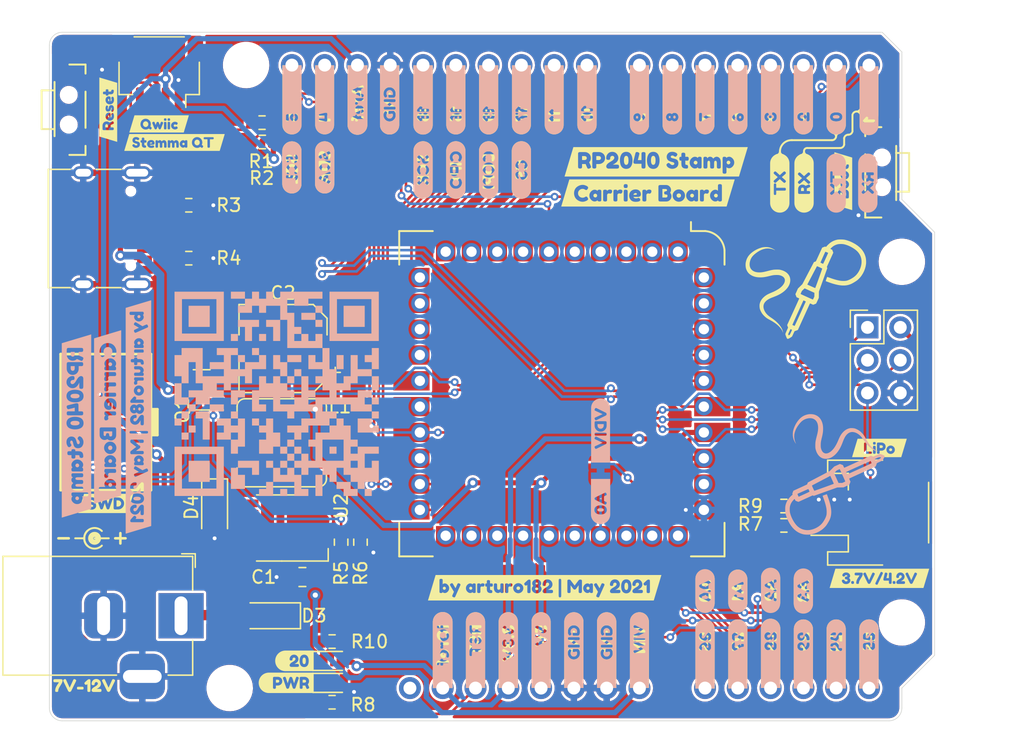
<source format=kicad_pcb>
(kicad_pcb (version 20221018) (generator pcbnew)
  (layers (0 "F.Cu" signal) (31 "B.Cu" signal) (34 "B.Paste" user) (35 "F.Paste" user) (36 "B.SilkS" user "B.Silkscreen") (37 "F.SilkS" user "F.Silkscreen") (38 "B.Mask" user) (39 "F.Mask" user) (44 "Edge.Cuts" user))
  (net 0 "")
  (net 1 "VBUS")
  (net 2 "Net-(J1-PadA5)")
  (net 4 "/USB_D-")
  (net 5 "/USB_D+")
  (net 6 "Net-(J1-PadB5)")
  (net 7 "/COPI")
  (net 8 "+5V")
  (net 10 "/CIPO")
  (net 11 "/A3")
  (net 12 "/GPIO5")
  (net 13 "/GPIO4")
  (net 14 "+3V3")
  (net 15 "GND")
  (net 16 "/A2")
  (net 17 "/A1")
  (net 18 "+BATT")
  (net 19 "VDC")
  (net 20 "/VIN")
  (net 21 "/A0")
  (net 22 "/CS")
  (net 23 "Net-(D1-Pad1)")
  (net 24 "Net-(D2-Pad1)")
  (net 25 "Net-(D4-Pad1)")
  (net 26 "/SWDIO")
  (net 27 "/SWDCLK")
  (net 31 "/~{RESET}")
  (net 32 "/BOOTSEL")
  (net 33 "/GPIO25")
  (net 34 "/GPIO24")
  (net 35 "/GPIO23")
  (net 36 "/GPIO22")
  (net 37 "/GPIO21")
  (net 38 "/GPIO18")
  (net 39 "/GPIO15")
  (net 40 "/GPIO14")
  (net 41 "/GPIO13")
  (net 42 "/GPIO12")
  (net 43 "/GPIO11")
  (net 44 "/GPIO10")
  (net 45 "/GPIO9")
  (net 46 "/GPIO8")
  (net 47 "/GPIO7")
  (net 48 "/GPIO6")
  (net 49 "/GPIO3")
  (net 50 "/GPIO2")
  (net 51 "/GPIO1")
  (net 52 "/GPIO0")
  (net 53 "/VDIV")
  (net 54 "/GPIO20")
  (footprint "Diode_SMD:D_SOD-123" (layer "F.Cu") (at 137.2 115.2 180)
    (fp_text reference "D3")
    (fp_text value "1N5819W")
  )
  (footprint "svg2mod" (layer "F.Cu") (at 173.3296 118.1608 90)
    (fp_text reference "svg2mod" hide)
    (fp_text value "G***" hide)
  )
  (footprint "svg2mod" (layer "F.Cu") (at 156.5656 80.6704 90)
    (fp_text reference "svg2mod" hide)
    (fp_text value "G***" hide)
  )
  (footprint "Resistor_SMD:R_0603_1608Metric" (layer "F.Cu") (at 136.5 78.5 180)
    (fp_text reference "R2")
    (fp_text value "4.7K")
  )
  (footprint "svg2mod" (layer "F.Cu") (at 138.7856 75.2348 90)
    (fp_text reference "svg2mod" hide)
    (fp_text value "G***" hide)
  )
  (footprint "Button_Switch_SMD_Extra:TL3330" (layer "F.Cu") (at 184.5 80.85 90)
    (fp_text reference "SW2" hide)
    (fp_text value "BTN_UP")
  )
  (footprint "svg2mod" (layer "F.Cu") (at 175.8696 113.2332 90)
    (fp_text reference "svg2mod" hide)
    (fp_text value "G***" hide)
  )
  (footprint "svg2mod" (layer "F.Cu") (at 150.4696 117.856 90)
    (fp_text reference "svg2mod" hide)
    (fp_text value "G***" hide)
  )
  (footprint "svg2mod" (layer "F.Cu") (at 170.7896 75.230355 90)
    (fp_text reference "svg2mod" hide)
    (fp_text value "G***" hide)
  )
  (footprint "svg2mod" (layer "F.Cu") (at 178.4604 81.6864 90)
    (fp_text reference "svg2mod" hide)
    (fp_text value "G***" hide)
  )
  (footprint "Connector_JST:JST_PH_S2B-PH-SM4-TB_1x02-1MP_P2.00mm_Horizontal" (layer "F.Cu") (at 183.6 107.2099 90)
    (fp_text reference "J4" hide)
    (fp_text value "Conn_Batt")
  )
  (footprint "svg2mod" (layer "F.Cu") (at 168.2496 75.23988 90)
    (fp_text reference "svg2mod" hide)
    (fp_text value "G***" hide)
  )
  (footprint "Capacitor_SMD:C_0805_2012Metric" (layer "F.Cu") (at 139.6 112.2)
    (fp_text reference "C1")
    (fp_text value "22uF 25V")
  )
  (footprint "svg2mod" (layer "F.Cu") (at 128.5 77.1)
    (fp_text reference "svg2mod" hide)
    (fp_text value "G***" hide)
  )
  (footprint "Connector_PinSocket_2.54mm:PinSocket_1x08_P2.54mm_Vertical" (layer "F.Cu") (at 147.9296 120.8024 90)
    (fp_text reference "J6" hide)
    (fp_text value "Conn_01x08")
  )
  (footprint "svg2mod" (layer "F.Cu") (at 167.005 80.0354)
    (fp_text reference "svg2mod" hide)
    (fp_text value "G***" hide)
  )
  (footprint "Resistor_SMD:R_0603_1608Metric" (layer "F.Cu") (at 136.475 77 180)
    (fp_text reference "R1")
    (fp_text value "4.7K")
  )
  (footprint "svg2mod" (layer "F.Cu") (at 173.3296 75.2348 90)
    (fp_text reference "svg2mod" hide)
    (fp_text value "G***" hide)
  )
  (footprint "svg2mod" (layer "F.Cu") (at 154.0256 75.238292 90)
    (fp_text reference "svg2mod" hide)
    (fp_text value "G***" hide)
  )
  (footprint "svg2mod" (layer "F.Cu") (at 143.8656 75.25131 90)
    (fp_text reference "svg2mod" hide)
    (fp_text value "G***" hide)
  )
  (footprint "svg2mod" (layer "F.Cu") (at 151.4856 80.6704 90)
    (fp_text reference "svg2mod" hide)
    (fp_text value "G***" hide)
  )
  (footprint "Button_Switch_SMD_Extra:TL3330" (layer "F.Cu") (at 121.5 76 -90)
    (fp_text reference "SW1" hide)
    (fp_text value "BTN_UP")
  )
  (footprint "Connector_USB:USB_C_Receptacle_XKB_U262-16XN-4BVC11" (layer "F.Cu") (at 123.7 85.2 -90)
    (fp_text reference "J1" hide)
    (fp_text value "USB_C_Receptacle_USB2.0")
  )
  (footprint "MountingHole:MountingHole_3.2mm_M3" (layer "F.Cu") (at 133.9686 120.7989)
    (fp_text reference "REF**" hide)
    (fp_text value "MountingHole_3.2mm_M3")
  )
  (footprint "svg2mod" (layer "F.Cu") (at 170.7896 113.284 90)
    (fp_text reference "svg2mod" hide)
    (fp_text value "G***" hide)
  )
  (footprint "svg2mod" (layer "F.Cu") (at 138.3284 120.396)
    (fp_text reference "svg2mod" hide)
    (fp_text value "G***" hide)
  )
  (footprint "svg2mod" (layer "F.Cu") (at 183.4896 75.184 90)
    (fp_text reference "svg2mod" hide)
    (fp_text value "G***" hide)
  )
  (footprint "MountingHole:MountingHole_3.2mm_M3" (layer "F.Cu") (at 186.0386 87.7789)
    (fp_text reference "REF**" hide)
    (fp_text value "MountingHole_3.2mm_M3")
  )
  (footprint "svg2mod" (layer "F.Cu") (at 154.0256 80.6704 90)
    (fp_text reference "svg2mod" hide)
    (fp_text value "G***" hide)
  )
  (footprint "svg2mod" (layer "F.Cu") (at 138.95 118.6942)
    (fp_text reference "svg2mod" hide)
    (fp_text value "G***" hide)
  )
  (footprint "Connector_JST:JST_SH_SM04B-SRSS-TB_1x04-1MP_P1.00mm_Horizontal" (layer "F.Cu") (at 128.5076 73.0404 180)
    (fp_text reference "J2" hide)
    (fp_text value "Conn_Stemma_QT")
  )
  (footprint "Resistor_SMD:R_0603_1608Metric" (layer "F.Cu") (at 141.9 121.9)
    (fp_text reference "R8")
    (fp_text value "1K")
  )
  (footprint "svg2mod" (layer "F.Cu") (at 183.4896 118.1608 90)
    (fp_text reference "svg2mod" hide)
    (fp_text value "G***" hide)
  )
  (footprint "Connector_PinSocket_2.54mm:PinSocket_1x06_P2.54mm_Vertical" (layer "F.Cu") (at 170.7896 120.8024 90)
    (fp_text reference "J7" hide)
    (fp_text value "Conn_01x06")
  )
  (footprint "svg2mod" (layer "F.Cu") (at 124.5616 75.9968 90)
    (fp_text reference "svg2mod" hide)
    (fp_text value "G***" hide)
  )
  (footprint "Package_SO:SOP-8_3.9x4.9mm_P1.27mm" (layer "F.Cu") (at 138 108.4 180)
    (fp_text reference "U2")
    (fp_text value "XL1509-5.0")
  )
  (footprint "svg2mod" (layer "F.Cu") (at 178.4096 113.284 90)
    (fp_text reference "svg2mod" hide)
    (fp_text value "G***" hide)
  )
  (footprint "Resistor_SMD:R_0603_1608Metric" (layer "F.Cu") (at 130.8 87.5)
    (fp_text reference "R4")
    (fp_text value "5.1K")
  )
  (footprint "svg2mod" (layer "F.Cu") (at 175.8696 75.238292 90)
    (fp_text reference "svg2mod" hide)
    (fp_text value "G***" hide)
  )
  (footprint "svg2mod" (layer "F.Cu") (at 159.1056 75.2348 90)
    (fp_text reference "svg2mod" hide)
    (fp_text value "G***" hide)
  )
  (footprint "svg2mod" (layer "F.Cu") (at 160.6296 117.861398 90)
    (fp_text reference "svg2mod" hide)
    (fp_text value "G***" hide)
  )
  (footprint "LED_SMD:LED_0603_1608Metric" (layer "F.Cu") (at 141.9 120.4)
    (fp_text reference "D1" hide)
    (fp_text value "LED_PWR")
  )
  (footprint "Resistor_SMD:R_0603_1608Metric" (layer "F.Cu") (at 130.8 83.4)
    (fp_text reference "R3")
    (fp_text value "5.1K")
  )
  (footprint "svg2mod" (layer "F.Cu") (at 155.5496 117.856 90)
    (fp_text reference "svg2mod" hide)
    (fp_text value "G***" hide)
  )
  (footprint "Connector_PinSocket_2.54mm:PinSocket_1x08_P2.54mm_Vertical" (layer "F.Cu") (at 165.7096 72.5424 90)
    (fp_text reference "J9" hide)
    (fp_text value "Conn_01x08")
  )
  (footprint "svg2mod" (layer "F.Cu") (at 141.3256 75.2348 90)
    (fp_text reference "svg2mod" hide)
    (fp_text value "G***" hide)
  )
  (footprint "svg2mod" (layer "F.Cu") (at 158.0896 117.856 90)
    (fp_text reference "svg2mod" hide)
    (fp_text value "G***" hide)
  )
  (footprint "svg2mod" (layer "F.Cu") (at 180.9496 118.1608 90)
    (fp_text reference "svg2mod" hide)
    (fp_text value "G***" hide)
  )
  (footprint "Symbols_Extra:SolderParty-New-Logo_10x8.5mm_SilkScreen" (layer "F.Cu") (at 178.920286 89.577462)
    (fp_text reference "G***" hide)
    (fp_text value "LOGO" hide)
  )
  (footprint "Resistor_SMD:R_0603_1608Metric" (layer "F.Cu") (at 176.9 106.7)
    (fp_text reference "R9")
    (fp_text value "100K")
  )
  (footprint "svg2mod" (layer "F.Cu") (at 148.9456 75.243055 90)
    (fp_text reference "svg2mod" hide)
    (fp_text value "G***" hide)
  )
  (footprint "svg2mod" (layer "F.Cu") (at 173.3296 113.284 90)
    (fp_text reference "svg2mod" hide)
    (fp_text value "G***" hide)
  )
  (footprint "svg2mod" (layer "F.Cu") (at 153.0096 117.856 90)
    (fp_text reference "svg2mod" hide)
    (fp_text value "G***" hide)
  )
  (footprint "svg2mod" (layer "F.Cu") (at 161.6456 75.241785 90)
    (fp_text reference "svg2mod" hide)
    (fp_text value "G***" hide)
  )
  (footprint "MountingHole:MountingHole_3.2mm_M3" (layer "F.Cu") (at 135.2386 72.5389)
    (fp_text reference "REF**" hide)
    (fp_text value "MountingHole_3.2mm_M3")
  )
  (footprint "svg2mod" (layer "F.Cu") (at 166.37 82.4484)
    (fp_text reference "svg2mod" hide)
    (fp_text value "G***" hide)
  )
  (footprint "svg2mod" (layer "F.Cu") (at 156.5656 75.2348 90)
    (fp_text reference "svg2mod" hide)
    (fp_text value "G***" hide)
  )
  (footprint "svg2mod" (layer "F.Cu") (at 165.7096 117.856 90)
    (fp_text reference "svg2mod" hide)
    (fp_text value "G***" hide)
  )
  (footprint "Resistor_SMD:R_0603_1608Metric" (layer "F.Cu") (at 144.1 109.5 -90)
    (fp_text reference "R6")
    (fp_text value "100K")
  )
  (footprint "svg2mod" (layer "F.Cu") (at 178.4096 75.2348 90)
    (fp_text reference "svg2mod" hide)
    (fp_text value "G***" hide)
  )
  (footprint "svg2mod" (layer "F.Cu") (at 129.6924 78.5368)
    (fp_text reference "svg2mod" hide)
    (fp_text value "G***" hide)
  )
  (footprint "svg2mod" (layer "F.Cu") (at 170.7896 118.1608 90)
    (fp_text reference "svg2mod" hide)
    (fp_text value "G***" hide)
  )
  (footprint "svg2mod" (layer "F.Cu") (at 181.5 81.534 90)
    (fp_text reference "svg2mod" hide)
    (fp_text value "G***" hide)
  )
  (footprint "svg2mod" (layer "F.Cu") (at 146.3548 75.24115 90)
    (fp_text reference "svg2mod" hide)
    (fp_text value "G***" hide)
  )
  (footprint "Connector_PinSocket_2.54mm:PinSocket_1x10_P2.54mm_Vertical" (layer "F.Cu") (at 138.7856 72.5424 90)
    (fp_text reference "J8" hide)
    (fp_text value "Conn_01x10")
  )
  (footprint "Resistor_SMD:R_0603_1608Metric" (layer "F.Cu") (at 142.6 109.5 90)
    (fp_text reference "R5")
    (fp_text value "100K")
  )
  (footprint "LED_SMD:LED_0603_1608Metric" (layer "F.Cu") (at 141.9 118.7)
    (fp_text reference "D2" hide)
    (fp_text value "LED_USR")
  )
  (footprint "svg2mod" (layer "F.Cu") (at 175.8696 118.11 90)
    (fp_text reference "svg2mod" hide)
    (fp_text value "G***" hide)
  )
  (footprint "MountingHole:MountingHole_3.2mm_M3" (layer "F.Cu") (at 186.0386 115.7189)
    (fp_text reference "REF**" hide)
    (fp_text value "MountingHole_3.2mm_M3")
  )
  (footprint "svg2mod" (layer "F.Cu") (at 138.7856 80.4672 90)
    (fp_text reference "svg2mod" hide)
    (fp_text value "G***" hide)
  )
  (footprint "svg2mod" (layer "F.Cu") (at 178.4096 118.1608 90)
    (fp_text reference "svg2mod" hide)
    (fp_text value "G***" hide)
  )
  (footprint "RP2040_Stamp:RP2040_Stamp_THT" (layer "F.Cu") (at 159.7 98 -90)
    (fp_text reference "U1" hide)
    (fp_text value "RP2040_Stamp")
  )
  (footprint "svg2mod" (layer "F.Cu") (at 158.369 113.03)
    (fp_text reference "svg2mod" hide)
    (fp_text value "G***" hide)
  )
  (footprint "Connector_PinHeader_2.54mm:PinHeader_2x03_P2.54mm_Vertical" (layer "F.Cu") (at 183.375 92.86)
    (fp_text reference "J3" hide)
    (fp_text value "Conn_SPI")
  )
  (footprint "Capacitor_SMD:CP_Elec_6.3x4.9" (layer "F.Cu") (at 138.1 94.5 180)
    (fp_text reference "C2")
    (fp_text value "100uF 25V")
  )
  (footprint "svg2mod" (layer "F.Cu") (at 124.36825 106.5)
    (fp_text reference "svg2mod" hide)
    (fp_text value "G***" hide)
  )
  (footprint "svg2mod" (layer "F.Cu") (at 184.3 112.3)
    (fp_text reference "svg2mod" hide)
    (fp_text value "G***" hide)
  )
  (footprint "svg2mod" (layer "F.Cu") (at 141.3256 80.4672 90)
    (fp_text reference "svg2mod" hide)
    (fp_text value "G***" hide)
  )
  (footprint "svg2mod" (layer "F.Cu") (at 151.4856 75.238292 90)
    (fp_text reference "svg2mod" hide)
    (fp_text value "G***" hide)
  )
  (footprint "Connector_BarrelJack:BarrelJack_Horizontal" (layer "F.Cu") (at 130.2 115.2)
    (fp_text reference "J5" hide)
    (fp_text value "Barrel_Jack")
  )
  (footprint "svg2mod" (layer "F.Cu") (at 184.3 102.2)
    (fp_text reference "svg2mod" hide)
    (fp_text value "G***" hide)
  )
  (footprint "svg2mod" (layer "F.Cu") (at 176.5808 81.6864 90)
    (fp_text reference "svg2mod" hide)
    (fp_text value "G***" hide)
  )
  (footprint "Resistor_SMD:R_0603_1608Metric" (layer "F.Cu") (at 176.9 108.2 180)
    (fp_text reference "R7")
    (fp_text value "100K")
  )
  (footprint "svg2mod" (layer "F.Cu") (at 165.7096 75.2348 90)
    (fp_text reference "svg2mod" hide)
    (fp_text value "G***" hide)
  )
  (footprint "Package_TO_SOT_SMD:SOT-23" (layer "F.Cu") (at 131.8 97.7 180)
    (fp_text reference "Q1")
    (fp_text value "DMG3415U-7")
  )
  (footprint "svg2mod" (layer "F.Cu") (at 148.9456 80.6704 90)
    (fp_text reference "svg2mod" hide)
    (fp_text value "G***" hide)
  )
  (footprint "svg2mod" (layer "F.Cu") (at 122.7 120.6)
    (fp_text reference "svg2mod" hide)
    (fp_text value "G***" hide)
  )
  (footprint "svg2mod" (layer "F.Cu") (at 163.1696 117.861398 90)
    (fp_text reference "svg2mod" hide)
    (fp_text value "G***" hide)
  )
  (footprint "Diode_SMD:D_SOD-123F" (layer "F.Cu") (at 132.8 106.8 -90)
    (fp_text reference "D4")
    (fp_text value "DSS34")
  )
  (footprint "svg2mod" (layer "F.Cu") (at 180.9496 75.23861 90)
    (fp_text reference "svg2mod" hide)
    (fp_text value "G***" hide)
  )
  (footprint "Inductor_SMD:L_Bourns_SRP7028A_7.3x6.6mm" (layer "F.Cu") (at 138 101.8)
    (fp_text reference "L1")
    (fp_text value "47uH")
  )
  (footprint "Connector_PinHeader_1.27mm_Extra:PinHeader_2x05_P1.27mm_Vertical_SMD_IDC" (layer "F.Cu") (at 124.36825 100.2 90)
    (fp_text reference "J10" hide)
    (fp_text value "Conn_Debug")
  )
  (footprint "Resistor_SMD:R_0603_1608Metric" (layer "F.Cu") (at 141.9 117.2)
    (fp_text reference "R10")
    (fp_text value "1K")
  )
  (footprint "svg2mod" (layer "B.Cu") (at 180.9496 75.23861 -90)
    (fp_text reference "svg2mod" hide)
    (fp_text value "G***" hide)
  )
  (footprint "svg2mod" (layer "B.Cu") (at 151.4856 75.238292 -90)
    (fp_text reference "svg2mod" hide)
    (fp_text value "G***" hide)
  )
  (footprint "svg2mod" (layer "B.Cu") (at 178.4096 118.1608 -90)
    (fp_text reference "svg2mod" hide)
    (fp_text value "G***" hide)
  )
  (footprint "svg2mod" (layer "B.Cu") (at 155.5496 117.856 -90)
    (fp_text reference "svg2mod" hide)
    (fp_text value "G***" hide)
  )
  (footprint "svg2mod" (layer "B.Cu") (at 146.3548 75.24115 -90)
    (fp_text reference "svg2mod" hide)
    (fp_text value "G***" hide)
  )
  (footprint "svg2mod" (layer "B.Cu") (at 183.4 81.6864 -90)
    (fp_text reference "svg2mod" hide)
    (fp_text value "G***" hide)
  )
  (footprint "svg2mod" (layer "B.Cu") (at 178.4096 113.284 -90)
    (fp_text reference "svg2mod" hide)
    (fp_text value "G***" hide)
  )
  (footprint "svg2mod" (layer "B.Cu") (at 173.3296 118.1608 -90)
    (fp_text reference "svg2mod" hide)
    (fp_text value "G***" hide)
  )
  (footprint "svg2mod" (layer "B.Cu") (at 168.2496 75.23988 -90)
    (fp_text reference "svg2mod" hide)
    (fp_text value "G***" hide)
  )
  (footprint "svg2mod" (layer "B.Cu") (at 163.1696 117.861398 -90)
    (fp_text reference "svg2mod" hide)
    (fp_text value "G***" hide)
  )
  (footprint "svg2mod" (layer "B.Cu") (at 175.8696 118.11 -90)
    (fp_text reference "svg2mod" hide)
    (fp_text value "G***" hide)
  )
  (footprint "Symbols_Extra:SolderParty-New-Logo_10x8.5mm_SilkScreen" (layer "B.Cu") (at 180.527462 104.570285 -90)
    (fp_text reference "G***" hide)
    (fp_text value "LOGO" hide)
  )
  (footprint "svg2mod" (layer "B.Cu") (at 159.1056 75.2348 -90)
    (fp_text reference "svg2mod" hide)
    (fp_text value "G***" hide)
  )
  (footprint "svg2mod" (layer "B.Cu") (at 148.9456 75.243055 -90)
    (fp_text reference "svg2mod" hide)
    (fp_text value "G***" hide)
  )
  (footprint "svg2mod" (layer "B.Cu") (at 165.7 117.856 -90)
    (fp_text reference "svg2mod" hide)
    (fp_text value "G***" hide)
  )
  (footprint "svg2mod" (layer "B.Cu") (at 180.9496 118.1608 -90)
    (fp_text reference "svg2mod" hide)
    (fp_text value "G***" hide)
  )
  (footprint "svg2mod" (layer "B.Cu") (at 162.7 100.85 -90)
    (fp_text reference "svg2mod" hide)
    (fp_text value "G***" hide)
  )
  (footprint "svg2mod" (layer "B.Cu") (at 165.7096 75.2348 -90)
    (fp_text reference "svg2mod" hide)
    (fp_text value "G***" hide)
  )
  (footprint "svg2mod" (layer "B.Cu") (at 126.9 99.8 -90)
    (fp_text reference "svg2mod" hide)
    (fp_text value "G***" hide)
  )
  (footprint "svg2mod" (layer "B.Cu") (at 183.4896 75.3 -90)
    (fp_text reference "svg2mod" hide)
    (fp_text value "G***" hide)
  )
  (footprint "svg2mod" (layer "B.Cu") (at 173.3296 75.2348 -90)
    (fp_text reference "svg2mod" hide)
    (fp_text value "G***" hide)
  )
  (footprint "Jumper:SolderJumper-2_P1.3mm_Bridged_RoundedPad1.0x1.5mm" (layer "B.Cu") (at 162.7 103.95 90)
    (fp_text reference "JP1" hide)
    (fp_text value "JP_VDIV")
  )
  (footprint "svg2mod" (layer "B.Cu") (at 178.4096 75.2348 -90)
    (fp_text reference "svg2mod" hide)
    (fp_text value "G***" hide)
  )
  (footprint "svg2mod" (layer "B.Cu") (at 158.0896 117.856 -90)
    (fp_text reference "svg2mod" hide)
    (fp_text value "G***" hide)
  )
  (footprint "svg2mod" (layer "B.Cu") (at 141.3256 75.2348 -90)
    (fp_text reference "svg2mod" hide)
    (fp_text value "G***" hide)
  )
  (footprint "svg2mod" (layer "B.Cu") (at 124.513 99.8 -90)
    (fp_text reference "svg2mod" hide)
    (fp_text value "G***" hide)
  )
  (footprint "svg2mod" (layer "B.Cu") (at 156.5656 75.2348 -90)
    (fp_text reference "svg2mod" hide)
    (fp_text value "G***" hide)
  )
  (footprint "svg2mod" (layer "B.Cu") (at 122.1 100.5 -90)
    (fp_text reference "svg2mod" hide)
    (fp_text value "G***" hide)
  )
  (footprint "svg2mod" (layer "B.Cu") (at 150.4696 117.856 -90)
    (fp_text reference "svg2mod" hide)
    (fp_text value "G***" hide)
  )
  (footprint "svg2mod" (layer "B.Cu") (at 154.0256 80.6704 -90)
    (fp_text reference "svg2mod" hide)
    (fp_text value "G***" hide)
  )
  (footprint "svg2mod" (layer "B.Cu") (at 170.7896 75.230355 -90)
    (fp_text reference "svg2mod" hide)
    (fp_text value "G***" hide)
  )
  (footprint "svg2mod" (layer "B.Cu") (at 175.8696 75.238292 -90)
    (fp_text reference "svg2mod" hide)
    (fp_text value "G***" hide)
  )
  (footprint "LOGO" (layer "B.Cu") (at 137.6 98 -90)
    (fp_text reference "G***" hide)
    (fp_text value "LOGO" hide)
  )
  (footprint "svg2mod" (layer "B.Cu") (at 162.7 106.35 -90)
    (fp_text reference "svg2mod" hide)
    (fp_text value "G***" hide)
  )
  (footprint "svg2mod" (layer "B.Cu") (at 180.95 81.6864 -90)
    (fp_text reference "svg2mod" hide)
    (fp_text value "G***" hide)
  )
  (footprint "svg2mod" (layer "B.Cu") (at 138.8 75.2348 -90)
    (fp_text reference "svg2mod" hide)
    (fp_text value "G***" hide)
  )
  (footprint "svg2mod" (layer "B.Cu") (at 183.4896 118.1608 -90)
    (fp_text reference "svg2mod" hide)
    (fp_text value "G***" hide)
  )
  (footprint "svg2mod" (layer "B.Cu") (at 151.4856 80.6704 -90)
    (fp_text reference "svg2mod" hide)
    (fp_text value "G***" hide)
  )
  (footprint "svg2mod" (layer "B.Cu") (at 160.6296 117.861398 -90)
    (fp_text reference "svg2mod" hide)
    (fp_text value "G***" hide)
  )
  (footprint "svg2mod" (layer "B.Cu") (at 141.3256 80.4672 -90)
    (fp_text reference "svg2mod" hide)
    (fp_text value "G***" hide)
  )
  (footprint "svg2mod" (layer "B.Cu") (at 153.0096 117.856 -90)
    (fp_text reference "svg2mod" hide)
    (fp_text value "G***" hide)
  )
  (footprint "svg2mod" (layer "B.Cu") (at 138.7856 80.4672 -90)
    (fp_text reference "svg2mod" hide)
    (fp_text value "G***" hide)
  )
  (footprint "svg2mod" (layer "B.Cu") (at 143.8656 75.25131 -90)
    (fp_text reference "svg2mod" hide)
    (fp_text value "G***" hide)
  )
  (footprint "svg2mod" (layer "B.Cu") (at 175.8696 113.2332 -90)
    (fp_text reference "svg2mod" hide)
    (fp_text value "G***" hide)
  )
  (footprint "svg2mod" (layer "B.Cu") (at 170.7896 113.284 -90)
    (fp_text reference "svg2mod" hide)
    (fp_text value "G***" hide)
  )
  (footprint "svg2mod" (layer "B.Cu") (at 156.5656 80.6704 -90)
    (fp_text reference "svg2mod" hide)
    (fp_text value "G***" hide)
  )
  (footprint "svg2mod" (layer "B.Cu") (at 154.0256 75.238292 -90)
    (fp_text reference "svg2mod" hide)
    (fp_text value "G***" hide)
  )
  (footprint "svg2mod" (layer "B.Cu") (at 170.7896 118.1608 -90)
    (fp_text reference "svg2mod" hide)
    (fp_text value "G***" hide)
  )
  (footprint "svg2mod" (layer "B.Cu") (at 148.9456 80.6704 -90)
    (fp_text reference "svg2mod" hide)
    (fp_text value "G***" hide)
  )
  (footprint "svg2mod" (layer "B.Cu") (at 173.3296 113.284 -90)
    (fp_text reference "svg2mod" hide)
    (fp_text value "G***" hide)
  )
  (footprint "svg2mod" (layer "B.Cu") (at 161.6456 75.241785 -90)
    (fp_text reference "svg2mod" hide)
    (fp_text value "G***" hide)
  )
  (gr_line (start 125.5 109.2) (end 125.9 109.2) (stroke (width 0.2)) (layer "F.SilkS"))
  (gr_arc (start 176.593126 79.2226) (mid 176.517165 79.424982) (end 176.3268 79.527401) (stroke (width 0.15)) (layer "F.SilkS"))
  (gr_arc (start 176.8348 79.5274) (mid 176.660876 79.417093) (end 176.593126 79.2226) (stroke (width 0.15)) (layer "F.SilkS"))
  (gr_arc (start 180.94115 78.096293) (mid 180.828272 78.28643) (end 180.6194 78.359) (stroke (width 0.15)) (layer "F.SilkS"))
  (gr_arc (start 182.533107 76.14075) (mid 182.735489 76.216711) (end 182.837908 76.407076) (stroke (width 0.15)) (layer "F.SilkS"))
  (gr_line (start 121.1 109.2) (end 120.7 109.2) (stroke (width 0.2)) (layer "F.SilkS"))
  (gr_circle (center 123.5 109.2) (end 123.6 109.2) (stroke (width 0.4)) (fill none) (layer "F.SilkS"))
  (gr_line (start 123.5 109.2) (end 124.6 109.2) (stroke (width 0.15)) (layer "F.SilkS"))
  (gr_arc (start 182.837907 75.899076) (mid 182.7276 76.073) (end 182.533107 76.14075) (stroke (width 0.15)) (layer "F.SilkS"))
  (gr_arc (start 182.211357 76.403457) (mid 182.324235 76.21332) (end 182.533107 76.14075) (stroke (width 0.15)) (layer "F.SilkS"))
  (gr_arc (start 181.567857 78.705893) (mid 181.454979 78.89603) (end 181.246107 78.9686) (stroke (width 0.15)) (layer "F.SilkS"))
  (gr_line (start 125.5 109.2) (end 125.1 109.2) (stroke (width 0.2)) (layer "F.SilkS"))
  (gr_line (start 122.7 109.2) (end 122 109.2) (stroke (width 0.15)) (layer "F.SilkS"))
  (gr_arc (start 178.4604 79.2226) (mid 178.384439 79.424982) (end 178.194074 79.527401) (stroke (width 0.15)) (layer "F.SilkS"))
  (gr_arc (start 178.4604 79.2226) (mid 178.528381 79.036581) (end 178.7144 78.9686) (stroke (width 0.15)) (layer "F.SilkS"))
  (gr_arc (start 180.94115 78.096293) (mid 181.017111 77.893911) (end 181.207476 77.791492) (stroke (width 0.15)) (layer "F.SilkS"))
  (gr_arc (start 176.593126 79.2226) (mid 176.877355 78.598015) (end 177.5206 78.359) (stroke (width 0.15)) (layer "F.SilkS"))
  (gr_line (start 182.211357 77.6732) (end 182.211357 76.403457) (stroke (width 0.15)) (layer "F.SilkS"))
  (gr_line (start 178.7144 78.9686) (end 181.246107 78.9686) (stroke (width 0.15)) (layer "F.SilkS"))
  (gr_line (start 181.567857 78.198614) (end 181.567857 78.705893) (stroke (width 0.15)) (layer "F.SilkS"))
  (gr_line (start 125.5 109.2) (end 125.5 108.8) (stroke (width 0.2)) (layer "F.SilkS"))
  (gr_line (start 125.5 109.2) (end 125.5 109.6) (stroke (width 0.2)) (layer "F.SilkS"))
  (gr_arc (start 122.934315 109.765685) (mid 122.934315 108.634315) (end 124.065685 108.634315) (stroke (width 0.15)) (layer "F.SilkS"))
  (gr_arc (start 178.702074 79.5274) (mid 178.52815 79.417093) (end 178.4604 79.2226) (stroke (width 0.15)) (layer "F.SilkS"))
  (gr_line (start 177.5206 78.359) (end 180.6194 78.359) (stroke (width 0.15)) (layer "F.SilkS"))
  (gr_arc (start 181.567857 78.198614) (mid 181.680735 78.008477) (end 181.889607 77.935907) (stroke (width 0.15)) (layer "F.SilkS"))
  (gr_line (start 121.1 109.2) (end 121.5 109.2) (stroke (width 0.2)) (layer "F.SilkS"))
  (gr_arc (start 182.211357 77.6732) (mid 182.098479 77.863337) (end 181.889607 77.935907) (stroke (width 0.15)) (layer "F.SilkS"))
  (gr_poly (pts (xy 127.86825 105.47) (xy 126.61825 105.45) (xy 127.86825 104.2)) (stroke (width 0.15)) (fill solid) (layer "F.SilkS"))
  (gr_arc (start 180.699476 77.791493) (mid 180.8734 77.9018) (end 180.94115 78.096293) (stroke (width 0.15)) (layer "F.SilkS"))
  (gr_arc (start 124.065685 109.765685) (mid 122.934315 109.765685) (end 122.934315 108.634315) (stroke (width 0.15)) (layer "F.SilkS"))
  (gr_arc (start 186.0386 122.3389) (mid 185.745707 123.046007) (end 185.0386 123.3389) (stroke (width 0.05)) (layer "Edge.Cuts"))
  (gr_arc (start 120.9986 123.3389) (mid 120.291493 123.046007) (end 119.9986 122.3389) (stroke (width 0.05)) (layer "Edge.Cuts"))
  (gr_line (start 184.5146 69.9989) (end 186.0386 71.5229) (stroke (width 0.05)) (layer "Edge.Cuts"))
  (gr_line (start 120.9986 69.9989) (end 184.5146 69.9989) (stroke (width 0.05)) (layer "Edge.Cuts"))
  (gr_line (start 185.0386 123.3389) (end 120.9986 123.3389) (stroke (width 0.05)) (layer "Edge.Cuts"))
  (gr_line (start 188.5786 85.4929) (end 188.578601 118.2589) (stroke (width 0.05)) (layer "Edge.Cuts"))
  (gr_arc (start 119.9986 70.9989) (mid 120.291493 70.291793) (end 120.9986 69.9989) (stroke (width 0.05)) (layer "Edge.Cuts"))
  (gr_line (start 186.0386 71.5229) (end 186.038599 82.9529) (stroke (width 0.05)) (layer "Edge.Cuts"))
  (gr_line (start 186.038599 82.9529) (end 188.5786 85.4929) (stroke (width 0.05)) (layer "Edge.Cuts"))
  (gr_line (start 119.9986 122.3389) (end 119.9986 70.9989) (stroke (width 0.05)) (layer "Edge.Cuts"))
  (gr_line (start 188.578601 118.2589) (end 186.0386 120.7989) (stroke (width 0.05)) (layer "Edge.Cuts"))
  (gr_line (start 186.0386 120.7989) (end 186.0386 122.3389) (stroke (width 0.05)) (layer "Edge.Cuts"))
  (segment (start 142.6 108.675) (end 142.6 107.7) (width 0.2) (layer "F.Cu") (net 0))
  (segment (start 132.7 98.6875) (end 132.7375 98.65) (width 0.2) (layer "F.Cu") (net 0))
  (segment (start 132.7 99.7) (end 132.7 98.6875) (width 0.2) (layer "F.Cu") (net 0))
  (segment (start 144.1 108.675) (end 142.6 108.675) (width 0.2) (layer "F.Cu") (net 0))
  (via (at 132.7 99.7) (size 0.6) (drill 0.3) (layers "F.Cu" "B.Cu") (net 0))
  (via (at 142.6 107.7) (size 0.6) (drill 0.3) (layers "F.Cu" "B.Cu") (net 0))
  (segment (start 142.6 107.7) (end 137.2 107.7) (width 0.2) (layer "B.Cu") (net 0))
  (segment (start 137.2 107.7) (end 132.7 103.2) (width 0.2) (layer "B.Cu") (net 0))
  (segment (start 132.7 103.2) (end 132.7 99.7) (width 0.2) (layer "B.Cu") (net 0))
  (segment (start 127.37 87.45) (end 126.65 87.45) (width 0.4) (layer "F.Cu") (net 1))
  (segment (start 127.184989 82.9) (end 126.604995 82.9) (width 0.35) (layer "F.Cu") (net 1))
  (segment (start 130.8625 97.7) (end 129.2 97.7) (width 0.6) (layer "F.Cu") (net 1))
  (segment (start 125.5 87.3) (end 126.5 87.3) (width 0.4) (layer "F.Cu") (net 1))
  (segment (start 125.5 84.004995) (end 125.5 87.3) (width 0.4) (layer "F.Cu") (net 1))
  (segment (start 126.604995 82.9) (end 125.5 84.004995) (width 0.35) (layer "F.Cu") (net 1))
  (segment (start 126.5 87.3) (end 126.6 87.4) (width 0.4) (layer "F.Cu") (net 1))
  (segment (start 126.65 87.45) (end 126.6 87.4) (width 0.2) (layer "F.Cu") (net 1))
  (via (at 129.2 97.7) (size 0.8) (drill 0.4) (layers "F.Cu" "B.Cu") (net 1))
  (via (at 125.5 87.3) (size 0.8) (drill 0.4) (layers "F.Cu" "B.Cu") (net 1))
  (segment (start 128.6 88.8) (end 127.1 87.3) (width 0.6) (layer "B.Cu") (net 1))
  (segment (start 128.6 97.1) (end 128.6 88.8) (width 0.6) (layer "B.Cu") (net 1))
  (segment (start 129.2 97.7) (end 128.6 97.1) (width 0.6) (layer "B.Cu") (net 1))
  (segment (start 127.1 87.3) (end 125.5 87.3) (width 0.6) (layer "B.Cu") (net 1))
  (segment (start 127.37 83.95) (end 128.45 83.95) (width 0.25) (layer "F.Cu") (net 2))
  (segment (start 129 83.4) (end 129.975 83.4) (width 0.25) (layer "F.Cu") (net 2))
  (segment (start 128.45 83.95) (end 129 83.4) (width 0.25) (layer "F.Cu") (net 2))
  (segment (start 163.699999 98.225001) (end 163.5 98.425) (width 0.2) (layer "F.Cu") (net 4))
  (segment (start 126.545489 84.600391) (end 126.545489 85.299609) (width 0.2) (layer "F.Cu") (net 4))
  (segment (start 168.225001 98.225001) (end 163.699999 98.225001) (width 0.2) (layer "F.Cu") (net 4))
  (segment (start 171.35 99) (end 169 99) (width 0.2) (layer "F.Cu") (net 4))
  (segment (start 141.324999 88.525001) (end 141.990009 88.525001) (width 0.2) (layer "F.Cu") (net 4))
  (segment (start 128.232501 84.45) (end 127.37 84.45) (width 0.2) (layer "F.Cu") (net 4))
  (segment (start 126.69588 85.45) (end 127.37 85.45) (width 0.2) (layer "F.Cu") (net 4))
  (segment (start 140.6182 84.475) (end 128.257501 84.475) (width 0.2) (layer "F.Cu") (net 4))
  (segment (start 169 99) (end 168.225001 98.225001) (width 0.2) (layer "F.Cu") (net 4))
  (segment (start 141.324999 88.525001) (end 141.125 88.725) (width 0.2) (layer "F.Cu") (net 4))
  (segment (start 141.827481 88.525) (end 141.324999 88.525001) (width 0.2) (layer "F.Cu") (net 4))
  (segment (start 142.75 86.6068) (end 140.6182 84.475) (width 0.2) (layer "F.Cu") (net 4))
  (segment (start 142.75 87.76501) (end 142.75 86.6068) (width 0.2) (layer "F.Cu") (net 4))
  (segment (start 128.257501 84.475) (end 128.232501 84.45) (width 0.2) (layer "F.Cu") (net 4))
  (segment (start 141.990009 88.525001) (end 142.75 87.76501) (width 0.2) (layer "F.Cu") (net 4))
  (segment (start 127.37 84.45) (end 126.69588 84.45) (width 0.2) (layer "F.Cu") (net 4))
  (segment (start 126.69588 84.45) (end 126.545489 84.600391) (width 0.2) (layer "F.Cu") (net 4))
  (segment (start 126.545489 85.299609) (end 126.69588 85.45) (width 0.2) (layer "F.Cu") (net 4))
  (via (at 163.5 98.425) (size 0.6) (drill 0.3) (layers "F.Cu" "B.Cu") (net 4))
  (via (at 141.125 88.725) (size 0.6) (drill 0.3) (layers "F.Cu" "B.Cu") (net 4))
  (via (at 163.5 98.425) (size 0.6) (drill 0.3) (layers "F.Cu" "B.Cu") (net 4))
  (via (at 141.125 88.725) (size 0.6) (drill 0.3) (layers "F.Cu" "B.Cu") (net 4))
  (via (at 141.125 88.725) (size 0.6) (drill 0.3) (layers "F.Cu" "B.Cu") (net 4))
  (segment (start 143.793199 88.525001) (end 144.9932 87.325) (width 0.2) (layer "B.Cu") (net 4))
  (segment (start 159.706801 98.225001) (end 163.300001 98.225001) (width 0.2) (layer "B.Cu") (net 4))
  (segment (start 163.300001 98.225001) (end 163.5 98.425) (width 0.2) (layer "B.Cu") (net 4))
  (segment (start 144.9932 87.325) (end 148.8068 87.325) (width 0.2) (layer "B.Cu") (net 4))
  (segment (start 141.324999 88.525001) (end 143.793199 88.525001) (width 0.2) (layer "B.Cu") (net 4))
  (segment (start 148.8068 87.325) (end 159.706801 98.225001) (width 0.2) (layer "B.Cu") (net 4))
  (segment (start 141.125 88.725) (end 141.324999 88.525001) (width 0.2) (layer "B.Cu") (net 4))
  (segment (start 168.225001 97.774999) (end 163.699999 97.774999) (width 0.2) (layer "F.Cu") (net 5))
  (segment (start 127.37 85.95) (end 128.145 85.95) (width 0.2) (layer "F.Cu") (net 5))
  (segment (start 142.3 86.7932) (end 140.4318 84.925) (width 0.2) (layer "F.Cu") (net 5))
  (segment (start 128.232501 84.95) (end 127.37 84.95) (width 0.2) (layer "F.Cu") (net 5))
  (segment (start 128.145 85.95) (end 128.375 85.72) (width 0.2) (layer "F.Cu") (net 5))
  (segment (start 128.375 84.925) (end 128.257501 84.925) (width 0.2) (layer "F.Cu") (net 5))
  (segment (start 128.375 85.72) (end 128.375 84.925) (width 0.2) (layer "F.Cu") (net 5))
  (segment (start 141.324999 88.074999) (end 141.804293 88.074999) (width 0.2) (layer "F.Cu") (net 5))
  (segment (start 128.257501 84.925) (end 128.232501 84.95) (width 0.2) (layer "F.Cu") (net 5))
  (segment (start 142.3 87.579292) (end 142.3 86.7932) (width 0.2) (layer "F.Cu") (net 5))
  (segment (start 141.804293 88.074999) (end 142.3 87.579292) (width 0.2) (layer "F.Cu") (net 5))
  (segment (start 169 97) (end 168.225001 97.774999) (width 0.2) (layer "F.Cu") (net 5))
  (segment (start 141.324999 88.074999) (end 141.125 87.875) (width 0.2) (layer "F.Cu") (net 5))
  (segment (start 171.35 97) (end 169 97) (width 0.2) (layer "F.Cu") (net 5))
  (segment (start 140.4318 84.925) (end 128.257501 84.925) (width 0.2) (layer "F.Cu") (net 5))
  (segment (start 163.699999 97.774999) (end 163.5 97.575) (width 0.2) (layer "F.Cu") (net 5))
  (via (at 141.125 87.875) (size 0.6) (drill 0.3) (layers "F.Cu" "B.Cu") (net 5))
  (via (at 141.125 87.875) (size 0.6) (drill 0.3) (layers "F.Cu" "B.Cu") (net 5))
  (via (at 141.125 87.875) (size 0.6) (drill 0.3) (layers "F.Cu" "B.Cu") (net 5))
  (via (at 163.5 97.575) (size 0.6) (drill 0.3) (layers "F.Cu" "B.Cu") (net 5))
  (via (at 163.5 97.575) (size 0.6) (drill 0.3) (layers "F.Cu" "B.Cu") (net 5))
  (segment (start 148.9932 86.875) (end 159.893199 97.774999) (width 0.2) (layer "B.Cu") (net 5))
  (segment (start 143.606801 88.074999) (end 144.8068 86.875) (width 0.2) (layer "B.Cu") (net 5))
  (segment (start 159.893199 97.774999) (end 163.300001 97.774999) (width 0.2) (layer "B.Cu") (net 5))
  (segment (start 141.125 87.875) (end 141.324999 88.074999) (width 0.2) (layer "B.Cu") (net 5))
  (segment (start 144.8068 86.875) (end 148.9932 86.875) (width 0.2) (layer "B.Cu") (net 5))
  (segment (start 141.324999 88.074999) (end 143.606801 88.074999) (width 0.2) (layer "B.Cu") (net 5))
  (segment (start 163.300001 97.774999) (end 163.5 97.575) (width 0.2) (layer "B.Cu") (net 5))
  (segment (start 127.37 86.95) (end 128.45 86.95) (width 0.25) (layer "F.Cu") (net 6))
  (segment (start 129 87.5) (end 129.975 87.5) (width 0.25) (layer "F.Cu") (net 6))
  (segment (start 128.45 86.95) (end 129 87.5) (width 0.25) (layer "F.Cu") (net 6))
  (segment (start 150.24952 106.55048) (end 150.24952 102.544776) (width 0.2) (layer "F.Cu") (net 7))
  (segment (start 150.24952 102.544776) (end 151.095256 101.69904) (width 0.2) (layer "F.Cu") (net 7))
  (segment (start 158.45048 100.24952) (end 157.000958 101.69904) (width 0.2) (layer "F.Cu") (net 7))
  (segment (start 151.895256 101.69904) (end 155.20096 101.69904) (width 0.2) (layer "F.Cu") (net 7))
  (segment (start 174.4 100.749503) (end 174.639089 100.749503) (width 0.2) (layer "F.Cu") (net 7))
  (segment (start 149.8 107) (end 150.24952 106.55048) (width 0.2) (layer "F.Cu") (net 7))
  (segment (start 151.095256 101.69904) (end 151.895256 101.69904) (width 0.2) (layer "F.Cu") (net 7))
  (segment (start 146.45 107) (end 148.05 107) (width 0.2) (layer "F.Cu") (net 7))
  (segment (start 157.000958 101.69904) (end 151.895256 101.69904) (width 0.2) (layer "F.Cu") (net 7))
  (segment (start 174.639089 100.749503) (end 178.688592 96.7) (width 0.2) (layer "F.Cu") (net 7))
  (segment (start 145.50096 86.19904) (end 145.50096 106.05096) (width 0.2) (layer "F.Cu") (net 7))
  (segment (start 166.936243 100.24952) (end 158.45048 100.24952) (width 0.2) (layer "F.Cu") (net 7))
  (segment (start 167.5 100.749503) (end 167.436226 100.749503) (width 0.2) (layer "F.Cu") (net 7))
  (segment (start 148.05 107) (end 149.8 107) (width 0.2) (layer "F.Cu") (net 7))
  (segment (start 184.615 96.7) (end 185.915 95.4) (width 0.2) (layer "F.Cu") (net 7))
  (segment (start 167.436226 100.749503) (end 166.936243 100.24952) (width 0.2) (layer "F.Cu") (net 7))
  (segment (start 154.0256 77.6744) (end 145.50096 86.19904) (width 0.2) (layer "F.Cu") (net 7))
  (segment (start 145.50096 106.05096) (end 146.45 107) (width 0.2) (layer "F.Cu") (net 7))
  (segment (start 178.688592 96.7) (end 184.615 96.7) (width 0.2) (layer "F.Cu") (net 7))
  (segment (start 154.0256 72.5424) (end 154.0256 77.6744) (width 0.2) (layer "F.Cu") (net 7))
  (via (at 167.5 100.749503) (size 0.6) (drill 0.3) (layers "F.Cu" "B.Cu") (net 7))
  (via (at 174.4 100.749503) (size 0.6) (drill 0.3) (layers "F.Cu" "B.Cu") (net 7))
  (segment (start 171.124752 102) (end 172.375249 100.749503) (width 0.2) (layer "B.Cu") (net 7))
  (segment (start 167.5 100.749503) (end 169.049503 100.749503) (width 0.2) (layer "B.Cu") (net 7))
  (segment (start 172.375249 100.749503) (end 174.4 100.749503) (width 0.2) (layer "B.Cu") (net 7))
  (segment (start 169.049503 100.749503) (end 170.3 102) (width 0.2) (layer "B.Cu") (net 7))
  (segment (start 170.3 102) (end 171.124752 102) (width 0.2) (layer "B.Cu") (net 7))
  (segment (start 160 103) (end 158.1 104.9) (width 0.4) (layer "F.Cu") (net 8))
  (segment (start 132.7375 96.75) (end 138.65 96.75) (width 0.6) (layer "F.Cu") (net 8))
  (segment (start 171.35 103) (end 160 103) (width 0.4) (layer "F.Cu") (net 8))
  (segment (start 138.65 96.75) (end 140.9 94.5) (width 0.6) (layer "F.Cu") (net 8))
  (segment (start 185.915 92.86) (end 187.6 94.545) (width 0.4) (layer "F.Cu") (net 8))
  (segment (start 183.2 103) (end 171.35 103) (width 0.4) (layer "F.Cu") (net 8))
  (segment (start 152.8 104.9) (end 158.1 104.9) (width 0.4) (layer "F.Cu") (net 8))
  (segment (start 187.6 98.6) (end 183.2 103) (width 0.4) (layer "F.Cu") (net 8))
  (segment (start 187.6 94.545) (end 187.6 98.6) (width 0.4) (layer "F.Cu") (net 8))
  (via (at 140.6 99.2) (size 0.8) (drill 0.4) (layers "F.Cu" "B.Cu") (net 8))
  (via (at 158.1 104.9) (size 0.8) (drill 0.4) (layers "F.Cu" "B.Cu") (net 8))
  (via (at 152.8 104.9) (size 0.8) (drill 0.4) (layers "F.Cu" "B.Cu") (net 8))
  (segment (start 158.0896 120.8024) (end 158.0896 111.0896) (width 0.4) (layer "B.Cu") (net 8))
  (segment (start 140.6 102.9) (end 140.6 99.2) (width 0.4) (layer "B.Cu") (net 8))
  (segment (start 158.1 104.9) (end 158.0896 104.9104) (width 0.4) (layer "B.Cu") (net 8))
  (segment (start 152.8 104.9) (end 149.5 108.2) (width 0.4) (layer "B.Cu") (net 8))
  (segment (start 157.7 105.3) (end 157.7 108.6) (width 0.4) (layer "B.Cu") (net 8))
  (segment (start 157.7 110.7) (end 157.7 109.3) (width 0.4) (layer "B.Cu") (net 8))
  (segment (start 145.9 108.2) (end 140.6 102.9) (width 0.4) (layer "B.Cu") (net 8))
  (segment (start 158.0896 111.0896) (end 157.7 110.7) (width 0.4) (layer "B.Cu") (net 8))
  (segment (start 149.5 108.2) (end 145.9 108.2) (width 0.4) (layer "B.Cu") (net 8))
  (segment (start 157.7 108.6) (end 157.7 109.3) (width 0.2) (layer "B.Cu") (net 8))
  (segment (start 158.1 104.9) (end 157.7 105.3) (width 0.4) (layer "B.Cu") (net 8))
  (segment (start 167.5 99.250497) (end 167.336226 99.250497) (width 0.2) (layer "F.Cu") (net 10))
  (segment (start 175.149505 99.250497) (end 178.399042 96.00096) (width 0.2) (layer "F.Cu") (net 10))
  (segment (start 178.399042 96.00096) (end 180.23404 96.00096) (width 0.2) (layer "F.Cu") (net 10))
  (segment (start 158.160927 99.550481) (end 156.711408 101) (width 0.2) (layer "F.Cu") (net 10))
  (segment (start 174.4 99.250497) (end 175.149505 99.250497) (width 0.2) (layer "F.Cu") (net 10))
  (segment (start 180.23404 96.00096) (end 183.375 92.86) (width 0.2) (layer "F.Cu") (net 10))
  (segment (start 145.151441 86.054263) (end 145.15144 88.34856) (width 0.2) (layer "F.Cu") (net 10))
  (segment (start 167.036242 99.550481) (end 158.160927 99.550481) (width 0.2) (layer "F.Cu") (net 10))
  (segment (start 151.4856 72.5424) (end 151.4856 79.720104) (width 0.2) (layer "F.Cu") (net 10))
  (segment (start 167.336226 99.250497) (end 167.036242 99.550481) (width 0.2) (layer "F.Cu") (net 10))
  (segment (start 145.15144 88.34856) (end 145.15144 100.30002) (width 0.2) (layer "F.Cu") (net 10))
  (segment (start 145.15144 100.30002) (end 144.95146 100.5) (width 0.2) (layer "F.Cu") (net 10))
  (segment (start 151.4856 79.720104) (end 145.151441 86.054263) (width 0.2) (layer "F.Cu") (net 10))
  (segment (start 156.711408 101) (end 150.1 101) (width 0.2) (layer "F.Cu") (net 10))
  (segment (start 150.1 101) (end 148.05 101) (width 0.2) (layer "F.Cu") (net 10))
  (via (at 150.1 101) (size 0.6) (drill 0.3) (layers "F.Cu" "B.Cu") (net 10))
  (via (at 167.5 99.250497) (size 0.6) (drill 0.3) (layers "F.Cu" "B.Cu") (net 10))
  (via (at 144.95146 100.5) (size 0.6) (drill 0.3) (layers "F.Cu" "B.Cu") (net 10))
  (via (at 174.4 99.250497) (size 0.6) (drill 0.3) (layers "F.Cu" "B.Cu") (net 10))
  (segment (start 144.95146 100.5) (end 145.45146 101) (width 0.2) (layer "B.Cu") (net 10))
  (segment (start 167.5 99.250497) (end 169.049503 99.250497) (width 0.2) (layer "B.Cu") (net 10))
  (segment (start 169.049503 99.250497) (end 170.3 98) (width 0.2) (layer "B.Cu") (net 10))
  (segment (start 170.3 98) (end 171.1 98) (width 0.2) (layer "B.Cu") (net 10))
  (segment (start 171.1 98) (end 172.350497 99.250497) (width 0.2) (layer "B.Cu") (net 10))
  (segment (start 172.350497 99.250497) (end 174.4 99.250497) (width 0.2) (layer "B.Cu") (net 10))
  (segment (start 145.45146 101) (end 150.1 101) (width 0.2) (layer "B.Cu") (net 10))
  (segment (start 168.7 111.0928) (end 168.7 109.65) (width 0.2) (layer "F.Cu") (net 11))
  (segment (start 175.6 119) (end 168.7 112.1) (width 0.2) (layer "F.Cu") (net 11))
  (segment (start 178.4096 120.8024) (end 176.6072 119) (width 0.2) (layer "F.Cu") (net 11))
  (segment (start 168.7 112.1) (end 168.7 109.65) (width 0.2) (layer "F.Cu") (net 11))
  (segment (start 176.6072 119) (end 175.6 119) (width 0.2) (layer "F.Cu") (net 11))
  (segment (start 158.7 83.4) (end 158.588556 83.288556) (width 0.2) (layer "F.Cu") (net 12))
  (segment (start 127.0076 75.9615) (end 127.0076 75.0404) (width 0.2) (layer "F.Cu") (net 12))
  (segment (start 147.254133 81.148429) (end 141.505704 75.4) (width 0.2) (layer "F.Cu") (net 12))
  (segment (start 138.7856 72.5424) (end 138.7856 73.9144) (width 0.2) (layer "F.Cu") (net 12))
  (segment (start 137.2 74.4) (end 137.05 74.55) (width 0.2) (layer "F.Cu") (net 12))
  (segment (start 147.279401 82.654896) (end 147.279401 82.408278) (width 0.2) (layer "F.Cu") (net 12))
  (segment (start 158.7 86.35) (end 158.7 83.4) (width 0.2) (layer "F.Cu") (net 12))
  (segment (start 138.7856 73.9144) (end 138.3 74.4) (width 0.2) (layer "F.Cu") (net 12))
  (segment (start 138.3 74.4) (end 137.2 74.4) (width 0.2) (layer "F.Cu") (net 12))
  (segment (start 135.65 77) (end 135.09952 77.55048) (width 0.2) (layer "F.Cu") (net 12))
  (segment (start 141.505704 75.4) (end 140.1 75.4) (width 0.2) (layer "F.Cu") (net 12))
  (segment (start 147.279401 82.408278) (end 147.254133 82.38301) (width 0.2) (layer "F.Cu") (net 12))
  (segment (start 135.09952 77.55048) (end 128.59658 77.55048) (width 0.2) (layer "F.Cu") (net 12))
  (segment (start 147.254133 82.38301) (end 147.254133 81.148429) (width 0.2) (layer "F.Cu") (net 12))
  (segment (start 135.65 75.95) (end 135.65 77) (width 0.2) (layer "F.Cu") (net 12))
  (segment (start 137.2 74.4) (end 135.65 75.95) (width 0.2) (layer "F.Cu") (net 12))
  (segment (start 128.59658 77.55048) (end 127.0076 75.9615) (width 0.2) (layer "F.Cu") (net 12))
  (via (at 158.588556 83.288556) (size 0.6) (drill 0.3) (layers "F.Cu" "B.Cu") (net 12))
  (via (at 140.1 75.4) (size 0.6) (drill 0.3) (layers "F.Cu" "B.Cu") (net 12))
  (via (at 147.279401 82.654896) (size 0.6) (drill 0.3) (layers "F.Cu" "B.Cu") (net 12))
  (segment (start 140.1 75.4) (end 138.7856 74.0856) (width 0.2) (layer "B.Cu") (net 12))
  (segment (start 138.7856 74.0856) (end 138.7856 72.5424) (width 0.2) (layer "B.Cu") (net 12))
  (segment (start 147.913061 83.288556) (end 158.588556 83.288556) (width 0.2) (layer "B.Cu") (net 12))
  (segment (start 147.279401 82.654896) (end 147.913061 83.288556) (width 0.2) (layer "B.Cu") (net 12))
  (segment (start 137.35048 74.74952) (end 136.5 75.6) (width 0.2) (layer "F.Cu") (net 13))
  (segment (start 141.3256 74.7256) (end 141.30168 74.74952) (width 0.2) (layer "F.Cu") (net 13))
  (segment (start 135.675 78.5) (end 135.075 77.9) (width 0.2) (layer "F.Cu") (net 13))
  (segment (start 159.738556 82.738556) (end 160.7 83.7) (width 0.2) (layer "F.Cu") (net 13))
  (segment (start 126.6 73.9) (end 127.6422 73.9) (width 0.2) (layer "F.Cu") (net 13))
  (segment (start 128.0076 74.2654) (end 128.0076 75.0404) (width 0.2) (layer "F.Cu") (net 13))
  (segment (start 127.6422 73.9) (end 128.0076 74.2654) (width 0.2) (layer "F.Cu") (net 13))
  (segment (start 141.3256 72.5424) (end 141.3256 74.4744) (width 0.2) (layer "F.Cu") (net 13))
  (segment (start 147.6248 81.9404) (end 147.6248 81.0248) (width 0.2) (layer "F.Cu") (net 13))
  (segment (start 136.5 75.6) (end 136.5 77.675) (width 0.2) (layer "F.Cu") (net 13))
  (segment (start 141.30168 74.74952) (end 137.35048 74.74952) (width 0.2) (layer "F.Cu") (net 13))
  (segment (start 135.075 77.9) (end 128.31006 77.9) (width 0.2) (layer "F.Cu") (net 13))
  (segment (start 159.138556 82.738556) (end 159.738556 82.738556) (width 0.2) (layer "F.Cu") (net 13))
  (segment (start 147.803644 82.119244) (end 147.6248 81.9404) (width 0.2) (layer "F.Cu") (net 13))
  (segment (start 141.3256 74.4744) (end 141.3256 74.7256) (width 0.2) (layer "F.Cu") (net 13))
  (segment (start 136.5 77.675) (end 135.675 78.5) (width 0.2) (layer "F.Cu") (net 13))
  (segment (start 160.7 83.7) (end 160.7 86.35) (width 0.2) (layer "F.Cu") (net 13))
  (segment (start 147.6248 81.0248) (end 141.3256 74.7256) (width 0.2) (layer "F.Cu") (net 13))
  (segment (start 126.3 74.2) (end 126.6 73.9) (width 0.2) (layer "F.Cu") (net 13))
  (segment (start 128.31006 77.9) (end 126.3 75.88994) (width 0.2) (layer "F.Cu") (net 13))
  (segment (start 126.3 75.88994) (end 126.3 74.2) (width 0.2) (layer "F.Cu") (net 13))
  (via (at 159.138556 82.738556) (size 0.6) (drill 0.3) (layers "F.Cu" "B.Cu") (net 13))
  (via (at 147.803644 82.119244) (size 0.6) (drill 0.3) (layers "F.Cu" "B.Cu") (net 13))
  (segment (start 147.803644 82.119244) (end 148.422956 82.738556) (width 0.2) (layer "B.Cu") (net 13))
  (segment (start 148.422956 82.738556) (end 159.138556 82.738556) (width 0.2) (layer "B.Cu") (net 13))
  (segment (start 171.35 101) (end 169.330639 101) (width 0.4) (layer "F.Cu") (net 14))
  (segment (start 137.35 78.6) (end 137.35 79.75) (width 0.4) (layer "F.Cu") (net 14))
  (segment (start 142.6875 119.5125) (end 142.6875 120.4) (width 0.4) (layer "F.Cu") (net 14))
  (segment (start 142.6875 119.5125) (end 142.67548 119.52452) (width 0.4) (layer "F.Cu") (net 14))
  (segment (start 137.3 117.3) (end 137.3 114.5) (width 0.4) (layer "F.Cu") (net 14))
  (segment (start 143.5 118.8) (end 142.6875 118.8) (width 0.4) (layer "F.Cu") (net 14))
  (segment (start 128.26 102.74) (end 128.3 102.7) (width 0.4) (layer "F.Cu") (net 14))
  (segment (start 133 112.7) (end 128.9 108.6) (width 0.4) (layer "F.Cu") (net 14))
  (segment (start 143.8 119.1) (end 143.5 118.8) (width 0.4) (layer "F.Cu") (net 14))
  (segment (start 142.6875 118.8) (end 142.6875 119.5125) (width 0.4) (layer "F.Cu") (net 14))
  (segment (start 135.5 112.7) (end 133 112.7) (width 0.4) (layer "F.Cu") (net 14))
  (segment (start 128.9 108.6) (end 128.9 103.3) (width 0.4) (layer "F.Cu") (net 14))
  (segment (start 137.3 114.5) (end 135.5 112.7) (width 0.4) (layer "F.Cu") (net 14))
  (segment (start 129.0076 73.6076) (end 129 73.6) (width 0.4) (layer "F.Cu") (net 14))
  (segment (start 137.325 78.575) (end 137.35 78.6) (width 0.25) (layer "F.Cu") (net 14))
  (segment (start 142.67548 119.52452) (end 139.52452 119.52452) (width 0.4) (layer "F.Cu") (net 14))
  (segment (start 128.9 103.3) (end 128.3 102.7) (width 0.4) (layer "F.Cu") (net 14))
  (segment (start 126.21825 102.74) (end 128.26 102.74) (width 0.4) (layer "F.Cu") (net 14))
  (segment (start 129.0076 75.0404) (end 129.0076 73.6076) (width 0.4) (layer "F.Cu") (net 14))
  (segment (start 139.52452 119.52452) (end 138.8 118.8) (width 0.4) (layer "F.Cu") (net 14))
  (segment (start 168.830639 101.5) (end 165.7 101.5) (width 0.4) (layer "F.Cu") (net 14))
  (segment (start 137.325 77.1) (end 137.325 78.575) (width 0.25) (layer "F.Cu") (net 14))
  (segment (start 139.52452 119.52452) (end 137.3 117.3) (width 0.4) (layer "F.Cu") (net 14))
  (segment (start 169.330639 101) (end 168.830639 101.5) (width 0.4) (layer "F.Cu") (net 14))
  (segment (start 137.35 79.75) (end 137.4 79.8) (width 0.4) (layer "F.Cu") (net 14))
  (via (at 143.8 119.1) (size 0.8) (drill 0.4) (layers "F.Cu" "B.Cu") (net 14))
  (via (at 128.3 102.7) (size 0.8) (drill 0.4) (layers "F.Cu" "B.Cu") (net 14))
  (via (at 137.4 79.8) (size 0.8) (drill 0.4) (layers "F.Cu" "B.Cu") (net 14))
  (via (at 129 73.6) (size 0.8) (drill 0.4) (layers "F.Cu" "B.Cu") (net 14))
  (via (at 165.7 101.5) (size 0.8) (drill 0.4) (layers "F.Cu" "B.Cu") (net 14))
  (segment (start 133.5 75.9) (end 130.5 75.9) (width 0.4) (layer "B.Cu") (net 14))
  (segment (start 165.7 101.5) (end 158.4 101.5) (width 0.4) (layer "B.Cu") (net 14))
  (segment (start 154.252 122.1) (end 151.7672 122.1) (width 0.4) (layer "B.Cu") (net 14))
  (segment (start 127.9 73.6) (end 129 73.6) (width 0.4) (layer "B.Cu") (net 14))
  (segment (start 151.7672 122.1) (end 150.4696 120.8024) (width 0.4) (layer "B.Cu") (net 14))
  (segment (start 150.4696 120.492462) (end 150.4696 120.8024) (width 0.4) (layer "B.Cu") (net 14))
  (segment (start 155.6 110.6) (end 155.7 110.5) (width 0.4) (layer "B.Cu") (net 14))
  (segment (start 129 72.9) (end 129 73.6) (width 0.4) (layer "B.Cu") (net 14))
  (segment (start 124.2 98.7) (end 124.2 77.3) (width 0.4) (layer "B.Cu") (net 14))
  (segment (start 131.4 70.5) (end 129 72.9) (width 0.4) (layer "B.Cu") (net 14))
  (segment (start 137.4 79.8) (end 133.5 75.9) (width 0.4) (layer "B.Cu") (net 14))
  (segment (start 128.2 102.7) (end 124.2 98.7) (width 0.4) (layer "B.Cu") (net 14))
  (segment (start 129 74.4) (end 129 73.6) (width 0.4) (layer "B.Cu") (net 14))
  (segment (start 155.5496 120.8024) (end 154.252 122.1) (width 0.4) (layer "B.Cu") (net 14))
  (segment (start 143.8656 72.5424) (end 141.8232 70.5) (width 0.4) (layer "B.Cu") (net 14))
  (segment (start 128.3 102.7) (end 128.2 102.7) (width 0.4) (layer "B.Cu") (net 14))
  (segment (start 155.7 110.5) (end 155.7 109.3) (width 0.4) (layer "B.Cu") (net 14))
  (segment (start 155.724511 109.275489) (end 155.7 109.3) (width 0.2) (layer "B.Cu") (net 14))
  (segment (start 141.8232 70.5) (end 131.4 70.5) (width 0.4) (layer "B.Cu") (net 14))
  (segment (start 143.8 119.1) (end 143.846631 119.053369) (width 0.4) (layer "B.Cu") (net 14))
  (segment (start 158.4 101.5) (end 155.724511 104.175489) (width 0.4) (layer "B.Cu") (net 14))
  (segment (start 155.5496 110.6504) (end 155.6 110.6) (width 0.4) (layer "B.Cu") (net 14))
  (segment (start 155.724511 104.175489) (end 155.724511 108.6) (width 0.4) (layer "B.Cu") (net 14))
  (segment (start 130.5 75.9) (end 129 74.4) (width 0.4) (layer "B.Cu") (net 14))
  (segment (start 124.2 77.3) (end 127.9 73.6) (width 0.4) (layer "B.Cu") (net 14))
  (segment (start 149.030507 119.053369) (end 150.4696 120.492462) (width 0.4) (layer "B.Cu") (net 14))
  (segment (start 143.846631 119.053369) (end 149.030507 119.053369) (width 0.4) (layer "B.Cu") (net 14))
  (segment (start 155.5496 120.8024) (end 155.5496 110.6504) (width 0.4) (layer "B.Cu") (net 14))
  (segment (start 155.724511 108.6) (end 155.724511 109.275489) (width 0.2) (layer "B.Cu") (net 14))
  (segment (start 182.6768 84.1756) (end 182.6768 83.5732) (width 0.2) (layer "F.Cu") (net 15))
  (segment (start 124.079 72.898) (end 123.077 73.9) (width 0.2) (layer "F.Cu") (net 15))
  (segment (start 143.6 121.6) (end 143.6 121.1) (width 0.2) (layer "F.Cu") (net 15))
  (segment (start 130.0076 75.0404) (end 130.0076 73.7076) (width 0.2) (layer "F.Cu") (net 15))
  (segment (start 131.625 83.4) (end 132.7 83.4) (width 0.2) (layer "F.Cu") (net 15))
  (segment (start 143.3 121.9) (end 143.6 121.6) (width 0.2) (layer "F.Cu") (net 15))
  (segment (start 180.75 106.2099) (end 180.7901 106.2099) (width 0.2) (layer "F.Cu") (net 15))
  (segment (start 131.625 87.5) (end 132.7 87.5) (width 0.2) (layer "F.Cu") (net 15))
  (segment (start 138.65 112.2) (end 137.6 112.2) (width 0.2) (layer "F.Cu") (net 15))
  (segment (start 142.725 121.9) (end 143.3 121.9) (width 0.2) (layer "F.Cu") (net 15))
  (segment (start 123.077 73.9) (end 122.7 73.9) (width 0.2) (layer "F.Cu") (net 15))
  (segment (start 145.075 110.325) (end 145.1 110.3) (width 0.2) (layer "F.Cu") (net 15))
  (segment (start 132.8 108.2) (end 132.8 109.2) (width 0.2) (layer "F.Cu") (net 15))
  (segment (start 182.6768 83.5732) (end 183.3 82.95) (width 0.2) (layer "F.Cu") (net 15))
  (segment (start 171.35 107) (end 169.3 107) (width 0.2) (layer "F.Cu") (net 15))
  (segment (start 144.1 110.325) (end 145.075 110.325) (width 0.2) (layer "F.Cu") (net 15))
  (segment (start 130.0076 73.7076) (end 130 73.7) (width 0.2) (layer "F.Cu") (net 15))
  (segment (start 180.7901 106.2099) (end 180.8 106.2) (width 0.2) (layer "F.Cu") (net 15))
  (via (at 182.6768 84.1756) (size 0.6) (drill 0.3) (layers "F.Cu" "B.Cu") (net 15))
  (via (at 180.8 106.2) (size 0.6) (drill 0.3) (layers "F.Cu" "B.Cu") (net 15))
  (via (at 182 106.2) (size 0.6) (drill 0.3) (layers "F.Cu" "B.Cu") (net 15))
  (via (at 130 73.7) (size 0.6) (drill 0.3) (layers "F.Cu" "B.Cu") (net 15))
  (via (at 143.6 121.1) (size 0.6) (drill 0.3) (layers "F.Cu" "B.Cu") (net 15))
  (via (at 145.1 110.3) (size 0.6) (drill 0.3) (layers "F.Cu" "B.Cu") (net 15))
  (via (at 132.8 109.2) (size 0.6) (drill 0.3) (layers "F.Cu" "B.Cu") (net 15))
  (via (at 169.3 107) (size 0.6) (drill 0.3) (layers "F.Cu" "B.Cu") (net 15))
  (via (at 179.6 106.2) (size 0.6) (drill 0.3) (layers "F.Cu" "B.Cu") (net 15))
  (via (at 124.079 72.898) (size 0.6) (drill 0.3) (layers "F.Cu" "B.Cu") (net 15))
  (via (at 132.7 87.5) (size 0.6) (drill 0.3) (layers "F.Cu" "B.Cu") (net 15))
  (via (at 137.6 112.2) (size 0.6) (drill 0.3) (layers "F.Cu" "B.Cu") (net 15))
  (via (at 132.7 83.4) (size 0.6) (drill 0.3) (layers "F.Cu" "B.Cu") (net 15))
  (segment (start 167.2672 112.2) (end 168.3 112.2) (width 0.2) (layer "F.Cu") (net 16))
  (segment (start 168.3 112.2) (end 175.8696 119.7696) (width 0.2) (layer "F.Cu") (net 16))
  (segment (start 175.8696 119.7696) (end 175.8696 120.8024) (width 0.2) (layer "F.Cu") (net 16))
  (segment (start 166.7 109.65) (end 166.7 111.6328) (width 0.2) (layer "F.Cu") (net 16))
  (segment (start 166.7 111.6328) (end 167.2672 112.2) (width 0.2) (layer "F.Cu") (net 16))
  (segment (start 164.7 111.6) (end 164.7 109.65) (width 0.2) (layer "F.Cu") (net 17))
  (segment (start 168.14952 112.54952) (end 165.64952 112.54952) (width 0.2) (layer "F.Cu") (net 17))
  (segment (start 173.3296 117.7296) (end 168.14952 112.54952) (width 0.2) (layer "F.Cu") (net 17))
  (segment (start 165.64952 112.54952) (end 164.7 111.6) (width 0.2) (layer "F.Cu") (net 17))
  (segment (start 173.3296 120.8024) (end 173.3296 117.7296) (width 0.2) (layer "F.Cu") (net 17))
  (segment (start 176.9 106) (end 175.9 105) (width 0.5) (layer "F.Cu") (net 18))
  (segment (start 176.9 107.8) (end 176.9 106) (width 0.5) (layer "F.Cu") (net 18))
  (segment (start 175.9 105) (end 170.7 105) (width 0.5) (layer "F.Cu") (net 18))
  (segment (start 177.3 108.2) (end 176.9 107.8) (width 0.5) (layer "F.Cu") (net 18))
  (segment (start 177.725 108.2) (end 177.3 108.2) (width 0.5) (layer "F.Cu") (net 18))
  (segment (start 177.7349 108.2099) (end 177.725 108.2) (width 0.5) (layer "F.Cu") (net 18))
  (segment (start 180.75 108.2099) (end 177.7349 108.2099) (width 0.5) (layer "F.Cu") (net 18))
  (segment (start 130.25 115.15) (end 130.2 115.2) (width 0.8) (layer "F.Cu") (net 19))
  (segment (start 135.5 115.15) (end 130.25 115.15) (width 0.8) (layer "F.Cu") (net 19))
  (segment (start 135.55 115.2) (end 135.5 115.15) (width 0.8) (layer "F.Cu") (net 19))
  (via (at 140.6 113.6) (size 0.8) (drill 0.4) (layers "F.Cu" "B.Cu") (net 20))
  (segment (start 143.2 120) (end 140.6 117.4) (width 0.4) (layer "B.Cu") (net 20))
  (segment (start 165.7096 120.8024) (end 163.812 122.7) (width 0.4) (layer "B.Cu") (net 20))
  (segment (start 149.2 120.2) (end 148.602889 119.602889) (width 0.4) (layer "B.Cu") (net 20))
  (segment (start 140.6 117.4) (end 140.6 113.6) (width 0.4) (layer "B.Cu") (net 20))
  (segment (start 144.397111 119.602889) (end 144 120) (width 0.4) (layer "B.Cu") (net 20))
  (segment (start 144 120) (end 143.2 120) (width 0.4) (layer "B.Cu") (net 20))
  (segment (start 149.2 121.5) (end 149.2 120.2) (width 0.4) (layer "B.Cu") (net 20))
  (segment (start 148.602889 119.602889) (end 144.397111 119.602889) (width 0.4) (layer "B.Cu") (net 20))
  (segment (start 163.812 122.7) (end 150.4 122.7) (width 0.4) (layer "B.Cu") (net 20))
  (segment (start 150.4 122.7) (end 149.2 121.5) (width 0.4) (layer "B.Cu") (net 20))
  (segment (start 162.7 111.6) (end 162.7 109.65) (width 0.2) (layer "F.Cu") (net 21))
  (segment (start 170.7896 115.6896) (end 167.99904 112.89904) (width 0.2) (layer "F.Cu") (net 21))
  (segment (start 163.99904 112.89904) (end 162.7 111.6) (width 0.2) (layer "F.Cu") (net 21))
  (segment (start 170.7896 120.8024) (end 170.7896 115.6896) (width 0.2) (layer "F.Cu") (net 21))
  (segment (start 167.99904 112.89904) (end 163.99904 112.89904) (width 0.2) (layer "F.Cu") (net 21))
  (segment (start 162.7 109) (end 162.7 104.05) (width 0.2) (layer "B.Cu") (net 21))
  (segment (start 145.85048 89.24952) (end 145.85048 102.45048) (width 0.2) (layer "F.Cu") (net 22))
  (segment (start 156.5656 72.5424) (end 156.5656 75.645808) (width 0.2) (layer "F.Cu") (net 22))
  (segment (start 150.5 81.7) (end 145.850481 86.349519) (width 0.2) (layer "F.Cu") (net 22))
  (segment (start 145.850481 86.349519) (end 145.85048 89.24952) (width 0.2) (layer "F.Cu") (net 22))
  (segment (start 150.511408 81.7) (end 150.5 81.7) (width 0.2) (layer "F.Cu") (net 22))
  (segment (start 146.4 103) (end 148.05 103) (width 0.2) (layer "F.Cu") (net 22))
  (segment (start 145.85048 102.45048) (end 146.4 103) (width 0.2) (layer "F.Cu") (net 22))
  (segment (start 156.5656 75.645808) (end 150.511408 81.7) (width 0.2) (layer "F.Cu") (net 22))
  (segment (start 141.1125 120.4) (end 141.1125 121.8625) (width 0.2) (layer "F.Cu") (net 23))
  (segment (start 141.1125 122.2625) (end 141.075 122.3) (width 0.2) (layer "F.Cu") (net 23))
  (segment (start 141.075 117.2) (end 141.075 118.6625) (width 0.2) (layer "F.Cu") (net 24))
  (segment (start 151.6 97.7) (end 156.8 97.7) (width 0.2) (layer "F.Cu") (net 26))
  (segment (start 156.8 97.7) (end 160.3 94.2) (width 0.2) (layer "F.Cu") (net 26))
  (segment (start 151.4 97.9) (end 151.6 97.7) (width 0.2) (layer "F.Cu") (net 26))
  (segment (start 123.4 103.7) (end 122.51825 102.81825) (width 0.2) (layer "F.Cu") (net 26))
  (segment (start 168.2 94.2) (end 169 95) (width 0.2) (layer "F.Cu") (net 26))
  (segment (start 122.51825 102.81825) (end 122.51825 102.74) (width 0.2) (layer "F.Cu") (net 26))
  (segment (start 169 95) (end 171.35 95) (width 0.2) (layer "F.Cu") (net 26))
  (segment (start 160.3 94.2) (end 168.2 94.2) (width 0.2) (layer "F.Cu") (net 26))
  (via (at 123.4 103.7) (size 0.6) (drill 0.3) (layers "F.Cu" "B.Cu") (net 26))
  (via (at 151.4 97.9) (size 0.6) (drill 0.3) (layers "F.Cu" "B.Cu") (net 26))
  (segment (start 151.3 98) (end 151.4 97.9) (width 0.2) (layer "B.Cu") (net 26))
  (segment (start 132.5 98) (end 151.3 98) (width 0.2) (layer "B.Cu") (net 26))
  (segment (start 123.4 103.7) (end 124.5 104.8) (width 0.2) (layer "B.Cu") (net 26))
  (segment (start 130.9 103.6) (end 130.9 99.6) (width 0.2) (layer "B.Cu") (net 26))
  (segment (start 130.9 99.6) (end 132.5 98) (width 0.2) (layer "B.Cu") (net 26))
  (segment (start 129.7 104.8) (end 130.9 103.6) (width 0.2) (layer "B.Cu") (net 26))
  (segment (start 124.5 104.8) (end 129.7 104.8) (width 0.2) (layer "B.Cu") (net 26))
  (segment (start 125.8 103.8) (end 125 103.8) (width 0.2) (layer "F.Cu") (net 27))
  (segment (start 160.14952 93.85048) (end 156.64952 97.35048) (width 0.2) (layer "F.Cu") (net 27))
  (segment (start 124.4 102.4) (end 123.47 101.47) (width 0.2) (layer "F.Cu") (net 27))
  (segment (start 151.65048 97.35048) (end 151.4 97.1) (width 0.2) (layer "F.Cu") (net 27))
  (segment (start 169 93) (end 168.14952 93.85048) (width 0.2) (layer "F.Cu") (net 27))
  (segment (start 123.47 101.47) (end 122.51825 101.47) (width 0.2) (layer "F.Cu") (net 27))
  (segment (start 124.4 103.2) (end 124.4 102.4) (width 0.2) (layer "F.Cu") (net 27))
  (segment (start 168.14952 93.85048) (end 160.14952 93.85048) (width 0.2) (layer "F.Cu") (net 27))
  (segment (start 156.64952 97.35048) (end 151.7 97.35048) (width 0.2) (layer "F.Cu") (net 27))
  (segment (start 151.7 97.35048) (end 151.65048 97.35048) (width 0.2) (layer "F.Cu") (net 27))
  (segment (start 171.35 93) (end 169 93) (width 0.2) (layer "F.Cu") (net 27))
  (segment (start 125 103.8) (end 124.4 103.2) (width 0.2) (layer "F.Cu") (net 27))
  (via (at 151.4 97.1) (size 0.6) (drill 0.3) (layers "F.Cu" "B.Cu") (net 27))
  (via (at 125.8 103.8) (size 0.6) (drill 0.3) (layers "F.Cu" "B.Cu") (net 27))
  (segment (start 149.1 96) (end 150.2 97.1) (width 0.2) (layer "B.Cu") (net 27))
  (segment (start 130.55048 103.455224) (end 130.550481 99.449519) (width 0.2) (layer "B.Cu") (net 27))
  (segment (start 146.7 97.6) (end 148.3 96) (width 0.2) (layer "B.Cu") (net 27))
  (segment (start 129.555224 104.45048) (end 130.55048 103.455224) (width 0.2) (layer "B.Cu") (net 27))
  (segment (start 126.45048 104.45048) (end 129.555224 104.45048) (width 0.2) (layer "B.Cu") (net 27))
  (segment (start 130.550481 99.449519) (end 132.4 97.6) (width 0.2) (layer "B.Cu") (net 27))
  (segment (start 150.2 97.1) (end 151.4 97.1) (width 0.2) (layer "B.Cu") (net 27))
  (segment (start 125.8 103.8) (end 126.45048 104.45048) (width 0.2) (layer "B.Cu") (net 27))
  (segment (start 148.3 96) (end 149.1 96) (width 0.2) (layer "B.Cu") (net 27))
  (segment (start 132.4 97.6) (end 146.7 97.6) (width 0.2) (layer "B.Cu") (net 27))
  (segment (start 151.012 122.8) (end 140.1 122.8) (width 0.2) (layer "F.Cu") (net 31))
  (segment (start 156.955814 116.856186) (end 153.0096 120.8024) (width 0.2) (layer "F.Cu") (net 31))
  (segment (start 181 111.9) (end 183.6 109.3) (width 0.2) (layer "F.Cu") (net 31))
  (segment (start 174.8536 113.8936) (end 175.9569 113.8936) (width 0.2) (layer "F.Cu") (net 31))
  (segment (start 153.0096 120.8024) (end 151.012 122.8) (width 0.2) (layer "F.Cu") (net 31))
  (segment (start 140.1 122.8) (end 134.9 117.6) (width 0.2) (layer "F.Cu") (net 31))
  (segment (start 183.6 104.10574) (end 183.60574 104.1) (width 0.2) (layer "F.Cu") (net 31))
  (segment (start 177.6 95.2) (end 173.4 91) (width 0.2) (layer "F.Cu") (net 31))
  (segment (start 122.51825 97.66) (end 121.06 97.66) (width 0.2) (layer "F.Cu") (net 31))
  (segment (start 182.742602 97.307602) (end 183.375 97.94) (width 0.2) (layer "F.Cu") (net 31))
  (segment (start 121.06 97.66) (end 120.8 97.4) (width 0.2) (layer "F.Cu") (net 31))
  (segment (start 173.4 91) (end 171.35 91) (width 0.2) (layer "F.Cu") (net 31))
  (segment (start 178.858102 97.307602) (end 182.742602 97.307602) (width 0.2) (layer "F.Cu") (net 31))
  (segment (start 123.43362 117.6) (end 120.8 114.96638) (width 0.2) (layer "F.Cu") (net 31))
  (segment (start 175.9569 113.8936) (end 177.9505 111.9) (width 0.2) (layer "F.Cu") (net 31))
  (segment (start 120.8 114.96638) (end 120.8 110) (width 0.2) (layer "F.Cu") (net 31))
  (segment (start 183.6 109.3) (end 183.6 104.10574) (width 0.2) (layer "F.Cu") (net 31))
  (segment (start 122.7 79.14956) (end 120.8 81.04956) (width 0.2) (layer "F.Cu") (net 31))
  (segment (start 134.9 117.6) (end 123.43362 117.6) (width 0.2) (layer "F.Cu") (net 31))
  (segment (start 122.7 78.1) (end 122.7 79.14956) (width 0.2) (layer "F.Cu") (net 31))
  (segment (start 168.1 116.856186) (end 156.955814 116.856186) (width 0.2) (layer "F.Cu") (net 31))
  (segment (start 120.8 114.96638) (end 120.8 97.4) (width 0.2) (layer "F.Cu") (net 31))
  (segment (start 120.8 81.04956) (end 120.8 97.4) (width 0.2) (layer "F.Cu") (net 31))
  (segment (start 177.9505 111.9) (end 181 111.9) (width 0.2) (layer "F.Cu") (net 31))
  (via (at 168.1 116.856186) (size 0.6) (drill 0.3) (layers "F.Cu" "B.Cu") (net 31))
  (via (at 183.60574 104.1) (size 0.6) (drill 0.3) (layers "F.Cu" "B.Cu") (net 31))
  (via (at 178.858102 97.307602) (size 0.6) (drill 0.3) (layers "F.Cu" "B.Cu") (net 31))
  (via (at 174.8536 113.8936) (size 0.6) (drill 0.3) (layers "F.Cu" "B.Cu") (net 31))
  (via (at 177.6 95.2) (size 0.6) (drill 0.3) (layers "F.Cu" "B.Cu") (net 31))
  (segment (start 174.886205 113.926205) (end 174.886205 115.842195) (width 0.2) (layer "B.Cu") (net 31))
  (segment (start 178.858102 96.458102) (end 178.858102 97.307602) (width 0.2) (layer "B.Cu") (net 31))
  (segment (start 177.6 95.2) (end 178.858102 96.458102) (width 0.2) (layer "B.Cu") (net 31))
  (segment (start 174.5996 116.1288) (end 168.827386 116.1288) (width 0.2) (layer "B.Cu") (net 31))
  (segment (start 168.827386 116.1288) (end 168.1 116.856186) (width 0.2) (layer "B.Cu") (net 31))
  (segment (start 183.375 103.86926) (end 183.375 97.94) (width 0.2) (layer "B.Cu") (net 31))
  (segment (start 183.60574 104.1) (end 183.375 103.86926) (width 0.2) (layer "B.Cu") (net 31))
  (segment (start 174.8536 113.8936) (end 174.886205 113.926205) (width 0.2) (layer "B.Cu") (net 31))
  (segment (start 174.886205 115.842195) (end 174.5996 116.1288) (width 0.2) (layer "B.Cu") (net 31))
  (segment (start 171.35 89) (end 175.7 89) (width 0.2) (layer "F.Cu") (net 32))
  (segment (start 175.7 89) (end 177.5 87.2) (width 0.2) (layer "F.Cu") (net 32))
  (segment (start 177.5 87.2) (end 177.5 81) (width 0.2) (layer "F.Cu") (net 32))
  (segment (start 177.5 81) (end 179.75 78.75) (width 0.2) (layer "F.Cu") (net 32))
  (segment (start 179.75 78.75) (end 183.3 78.75) (width 0.2) (layer "F.Cu") (net 32))
  (segment (start 167.54856 113.24856) (end 162.34856 113.24856) (width 0.2) (layer "F.Cu") (net 33))
  (segment (start 169.276956 114.976956) (end 167.54856 113.24856) (width 0.2) (layer "F.Cu") (net 33))
  (segment (start 177.6476 114.9604) (end 183.4896 120.8024) (width 0.2) (layer "F.Cu") (net 33))
  (segment (start 162.34856 113.24856) (end 160.7 111.6) (width 0.2) (layer "F.Cu") (net 33))
  (segment (start 173.8376 114.9604) (end 177.6476 114.9604) (width 0.2) (layer "F.Cu") (net 33))
  (segment (start 169.299844 114.976956) (end 169.276956 114.976956) (width 0.2) (layer "F.Cu") (net 33))
  (segment (start 160.7 111.6) (end 160.7 109.65) (width 0.2) (layer "F.Cu") (net 33))
  (via (at 173.8376 114.9604) (size 0.6) (drill 0.3) (layers "F.Cu" "B.Cu") (net 33))
  (via (at 169.299844 114.976956) (size 0.6) (drill 0.3) (layers "F.Cu" "B.Cu") (net 33))
  (segment (start 169.3164 114.9604) (end 169.299844 114.976956) (width 0.2) (layer "B.Cu") (net 33))
  (segment (start 173.8376 114.9604) (end 169.3164 114.9604) (width 0.2) (layer "B.Cu") (net 33))
  (segment (start 169.8244 115.57) (end 169.056723 115.57) (width 0.2) (layer "F.Cu") (net 34))
  (segment (start 160.69808 113.59808) (end 158.7 111.6) (width 0.2) (layer "F.Cu") (net 34))
  (segment (start 175.7172 115.57) (end 180.9496 120.8024) (width 0.2) (layer "F.Cu") (net 34))
  (segment (start 167.084803 113.59808) (end 160.69808 113.59808) (width 0.2) (layer "F.Cu") (net 34))
  (segment (start 169.056723 115.57) (end 167.084803 113.59808) (width 0.2) (layer "F.Cu") (net 34))
  (segment (start 174.336694 115.57) (end 175.7172 115.57) (width 0.2) (layer "F.Cu") (net 34))
  (segment (start 158.7 111.6) (end 158.7 109.65) (width 0.2) (layer "F.Cu") (net 34))
  (via (at 169.8244 115.57) (size 0.6) (drill 0.3) (layers "F.Cu" "B.Cu") (net 34))
  (via (at 174.336694 115.57) (size 0.6) (drill 0.3) (layers "F.Cu" "B.Cu") (net 34))
  (segment (start 169.8244 115.57) (end 174.336694 115.57) (width 0.2) (layer "B.Cu") (net 34))
  (segment (start 146.05046 105) (end 148.05 105) (width 0.2) (layer "F.Cu") (net 38))
  (segment (start 149.9 104.7) (end 149.6 105) (width 0.2) (layer "F.Cu") (net 38))
  (segment (start 182.42452 96.35048) (end 183.375 95.4) (width 0.2) (layer "F.Cu") (net 38))
  (segment (start 174.894297 100) (end 178.543817 96.35048) (width 0.2) (layer "F.Cu") (net 38))
  (segment (start 148.9456 72.5424) (end 148.9456 81.7544) (width 0.2) (layer "F.Cu") (net 38))
  (segment (start 144.80192 85.909489) (end 144.80192 99.69808) (width 0.2) (layer "F.Cu") (net 38))
  (segment (start 144.80192 99.69808) (end 144.4 100.1) (width 0.2) (layer "F.Cu") (net 38))
  (segment (start 144.4 100.8) (end 144.95146 101.35146) (width 0.2) (layer "F.Cu") (net 38))
  (segment (start 149.9 102.4) (end 149.9 104.7) (width 0.2) (layer "F.Cu") (net 38))
  (segment (start 156.856183 101.34952) (end 150.95048 101.34952) (width 0.2) (layer "F.Cu") (net 38))
  (segment (start 151.8 101.34952) (end 153.75048 101.34952) (width 0.2) (layer "F.Cu") (net 38))
  (segment (start 149.6 105) (end 148.05 105) (width 0.2) (layer "F.Cu") (net 38))
  (segment (start 147.9 82.811408) (end 144.80192 85.909489) (width 0.2) (layer "F.Cu") (net 38))
  (segment (start 174.4 100) (end 174.894297 100) (width 0.2) (layer "F.Cu") (net 38))
  (segment (start 178.543817 96.35048) (end 182.42452 96.35048) (width 0.2) (layer "F.Cu") (net 38))
  (segment (start 144.95146 101.35146) (end 144.95146 105) (width 0.2) (layer "F.Cu") (net 38))
  (segment (start 144.4 100.1) (end 144.4 100.8) (width 0.2) (layer "F.Cu") (net 38))
  (segment (start 148.9456 81.7544) (end 147.9 82.8) (width 0.2) (layer "F.Cu") (net 38))
  (segment (start 150.95048 101.34952) (end 149.9 102.4) (width 0.2) (layer "F.Cu") (net 38))
  (segment (start 147.9 82.8) (end 147.9 82.811408) (width 0.2) (layer "F.Cu") (net 38))
  (segment (start 167.4 99.9) (end 158.305704 99.9) (width 0.2) (layer "F.Cu") (net 38))
  (segment (start 167.5 100) (end 167.4 99.9) (width 0.2) (layer "F.Cu") (net 38))
  (segment (start 158.305704 99.9) (end 156.856183 101.34952) (width 0.2) (layer "F.Cu") (net 38))
  (via (at 174.4 100) (size 0.6) (drill 0.3) (layers "F.Cu" "B.Cu") (net 38))
  (via (at 146.05046 105) (size 0.6) (drill 0.3) (layers "F.Cu" "B.Cu") (net 38))
  (via (at 167.5 100) (size 0.6) (drill 0.3) (layers "F.Cu" "B.Cu") (net 38))
  (via (at 144.95146 105) (size 0.6) (drill 0.3) (layers "F.Cu" "B.Cu") (net 38))
  (segment (start 174.4 100) (end 167.5 100) (width 0.2) (layer "B.Cu") (net 38))
  (segment (start 144.95146 105) (end 146.05046 105) (width 0.2) (layer "B.Cu") (net 38))
  (segment (start 149.4 83.3) (end 148.2 84.5) (width 0.2) (layer "F.Cu") (net 43))
  (segment (start 149.405704 83.3) (end 149.4 83.3) (width 0.2) (layer "F.Cu") (net 43))
  (segment (start 159.1056 73.600104) (end 149.405704 83.3) (width 0.2) (layer "F.Cu") (net 43))
  (segment (start 159.1056 72.5424) (end 159.1056 73.600104) (width 0.2) (layer "F.Cu") (net 43))
  (segment (start 146.5 91) (end 148.05 91) (width 0.2) (layer "F.Cu") (net 43))
  (segment (start 146.2 86.5) (end 146.2 90.7) (width 0.2) (layer "F.Cu") (net 43))
  (segment (start 146.2 90.7) (end 146.5 91) (width 0.2) (layer "F.Cu") (net 43))
  (segment (start 149.4 83.3) (end 146.2 86.5) (width 0.2) (layer "F.Cu") (net 43))
  (segment (start 158.9 74.3) (end 159.888 74.3) (width 0.2) (layer "F.Cu") (net 44))
  (segment (start 148.05 89) (end 148.05 85.15) (width 0.2) (layer "F.Cu") (net 44))
  (segment (start 148.05 85.15) (end 158.9 74.3) (width 0.2) (layer "F.Cu") (net 44))
  (segment (start 159.888 74.3) (end 161.6456 72.5424) (width 0.2) (layer "F.Cu") (net 44))
  (segment (start 161.752 76.5) (end 165.7096 72.5424) (width 0.2) (layer "F.Cu") (net 45))
  (segment (start 150.7 86.35) (end 150.7 84.4) (width 0.2) (layer "F.Cu") (net 45))
  (segment (start 150.7 84.4) (end 158.6 76.5) (width 0.2) (layer "F.Cu") (net 45))
  (segment (start 158.6 76.5) (end 161.752 76.5) (width 0.2) (layer "F.Cu") (net 45))
  (segment (start 152.7 84.3) (end 159.3 77.7) (width 0.2) (layer "F.Cu") (net 46))
  (segment (start 168.2496 72.8504) (end 168.2496 72.5424) (width 0.2) (layer "F.Cu") (net 46))
  (segment (start 163.4 77.7) (end 168.2496 72.8504) (width 0.2) (layer "F.Cu") (net 46))
  (segment (start 159.3 77.7) (end 163.4 77.7) (width 0.2) (layer "F.Cu") (net 46))
  (segment (start 152.7 86.35) (end 152.7 84.3) (width 0.2) (layer "F.Cu") (net 46))
  (segment (start 159.4 79.5) (end 163.832 79.5) (width 0.2) (layer "F.Cu") (net 47))
  (segment (start 163.832 79.5) (end 170.7896 72.5424) (width 0.2) (layer "F.Cu") (net 47))
  (segment (start 154.7 84.2) (end 159.4 79.5) (width 0.2) (layer "F.Cu") (net 47))
  (segment (start 154.7 86.35) (end 154.7 84.2) (width 0.2) (layer "F.Cu") (net 47))
  (segment (start 165.12344 80.74856) (end 160.15144 80.74856) (width 0.2) (layer "F.Cu") (net 48))
  (segment (start 156.7 84.2) (end 156.7 86.35) (width 0.2) (layer "F.Cu") (net 48))
  (segment (start 160.15144 80.74856) (end 156.7 84.2) (width 0.2) (layer "F.Cu") (net 48))
  (segment (start 173.3296 72.5424) (end 165.12344 80.74856) (width 0.2) (layer "F.Cu") (net 48))
  (segment (start 162.7 86.35) (end 162.7 84.4) (width 0.2) (layer "F.Cu") (net 49))
  (segment (start 164.712 83.7) (end 175.8696 72.5424) (width 0.2) (layer "F.Cu") (net 49))
  (segment (start 162.7 84.4) (end 163.4 83.7) (width 0.2) (layer "F.Cu") (net 49))
  (segment (start 163.4 83.7) (end 164.712 83.7) (width 0.2) (layer "F.Cu") (net 49))
  (segment (start 164.7 86.35) (end 164.7 84.3) (width 0.2) (layer "F.Cu") (net 50))
  (segment (start 173.852 77.1) (end 178.4096 72.5424) (width 0.2) (layer "F.Cu") (net 50))
  (segment (start 164.7 84.3) (end 171.9 77.1) (width 0.2) (layer "F.Cu") (net 50))
  (segment (start 171.9 77.1) (end 173.852 77.1) (width 0.2) (layer "F.Cu") (net 50))
  (segment (start 172.043815 77.450481) (end 176.855223 77.450481) (width 0.2) (layer "F.Cu") (net 51))
  (segment (start 166.7 86.35) (end 166.7 82.794296) (width 0.2) (layer "F.Cu") (net 51))
  (segment (start 179.811444 74.49426) (end 179.811444 74.211444) (width 0.2) (layer "F.Cu") (net 51))
  (segment (start 176.855223 77.450481) (end 179.811444 74.49426) (width 0.2) (layer "F.Cu") (net 51))
  (segment (start 166.7 82.794296) (end 172.043815 77.450481) (width 0.2) (layer "F.Cu") (net 51))
  (via (at 179.811444 74.211444) (size 0.6) (drill 0.3) (layers "F.Cu" "B.Cu") (net 51))
  (segment (start 179.811444 74.211444) (end 181.820556 74.211444) (width 0.2) (layer "B.Cu") (net 51))
  (segment (start 181.820556 74.211444) (end 183.4896 72.5424) (width 0.2) (layer "B.Cu") (net 51))
  (segment (start 168.7 81.288592) (end 172.188592 77.8) (width 0.2) (layer "F.Cu") (net 52))
  (segment (start 180.9496 73.8504) (end 180.9496 72.5424) (width 0.2) (layer "F.Cu") (net 52))
  (segment (start 172.188592 77.8) (end 177 77.8) (width 0.2) (layer "F.Cu") (net 52))
  (segment (start 177 77.8) (end 180.9496 73.8504) (width 0.2) (layer "F.Cu") (net 52))
  (segment (start 168.7 86.35) (end 168.7 81.288592) (width 0.2) (layer "F.Cu") (net 52))
  (segment (start 164.8 104.5) (end 166.3 106) (width 0.2) (layer "F.Cu") (net 53))
  (segment (start 175.475 106) (end 176.075 106.6) (width 0.2) (layer "F.Cu") (net 53))
  (segment (start 176.075 106.6) (end 176.075 108.1) (width 0.2) (layer "F.Cu") (net 53))
  (segment (start 166.3 106) (end 175.475 106) (width 0.2) (layer "F.Cu") (net 53))
  (via (at 164.8 104.5) (size 0.6) (drill 0.3) (layers "F.Cu" "B.Cu") (net 53))
  (segment (start 163.75 103.45) (end 163.4 103.45) (width 0.2) (layer "B.Cu") (net 53))
  (segment (start 164.8 104.5) (end 163.75 103.45) (width 0.2) (layer "B.Cu") (net 53))
  (segment (start 148.4 117.3) (end 150.7 115) (width 0.2) (layer "F.Cu") (net 54))
  (segment (start 150.7 115) (end 150.7 109.65) (width 0.2) (layer "F.Cu") (net 54))
  (segment (start 142.725 117.3) (end 144 117.3) (width 0.2) (layer "F.Cu") (net 54))
  (segment (start 143.7 117.3) (end 148.4 117.3) (width 0.2) (layer "F.Cu") (net 54))
  (zone (net 8) (net_name "+5V") (layer "F.Cu") (priority 3) (connect_pads yes (clearance 0.2)) (min_thickness 0.2) (fill yes (thermal_gap 0.25) (thermal_bridge_width 0.508) (smoothing fillet) (radius 1))
    (polygon (pts (xy 143 93.7) (xy 143 95.3) (xy 142.5 95.8) (xy 142.5 103.6) (xy 142.3 103.8) (xy 139.6 103.8) (xy 139.4 104) (xy 139.4 107.1) (xy 139.6 107.3) (xy 141.7 107.3) (xy 141.7 108.3) (xy 138.6 108.3) (xy 138.4 108.1) (xy 138.4 102.9) (xy 138.9 102.4) (xy 138.9 99.8) (xy 138.9 93.6) (xy 139.2 93.4) (xy 142.7 93.4)))
  )
  (zone (net 20) (net_name "/VIN") (layer "F.Cu") (priority 1) (connect_pads yes (clearance 0.2)) (min_thickness 0.2) (fill yes (thermal_gap 0.25) (thermal_bridge_width 0.508) (smoothing fillet) (radius 1))
    (polygon (pts (xy 143.3 112.7) (xy 140 116) (xy 138.2 116) (xy 138.2 114.4) (xy 139.6 113) (xy 139.6 110.8) (xy 139.6 110.6) (xy 139.6 110) (xy 139.8 109.8) (xy 143.2 109.8) (xy 143.3 109.9)))
  )
  (zone (net 25) (net_name "Net-(D4-Pad1)") (layer "F.Cu") (priority 2) (connect_pads yes (clearance 0.2)) (min_thickness 0.2) (fill yes (thermal_gap 0.25) (thermal_bridge_width 0.508) (smoothing fillet) (radius 1))
    (polygon (pts (xy 137.1 99.9) (xy 137.4 100.2) (xy 137.4 108.3) (xy 137.6 108.5) (xy 141.7 108.5) (xy 141.7 109.5) (xy 136.4 109.5) (xy 136.4 106) (xy 133.8 106) (xy 133.6 106.2) (xy 132.2 106.2) (xy 132 106) (xy 132 104.7) (xy 132.2 104.5) (xy 133.2 104.5) (xy 133.4 104.3) (xy 133.4 99.9) (xy 133.6 99.7) (xy 136.9 99.7)))
  )
  (zone (net 15) (net_name "GND") (layers "F&B.Cu") (connect_pads (clearance 0.2)) (min_thickness 0.2) (fill yes (thermal_gap 0.2) (thermal_bridge_width 0.5))
    (polygon (pts (xy 190 125) (xy 117.5 125) (xy 117.5 67.5) (xy 190 67.5)))
  )
)
</source>
